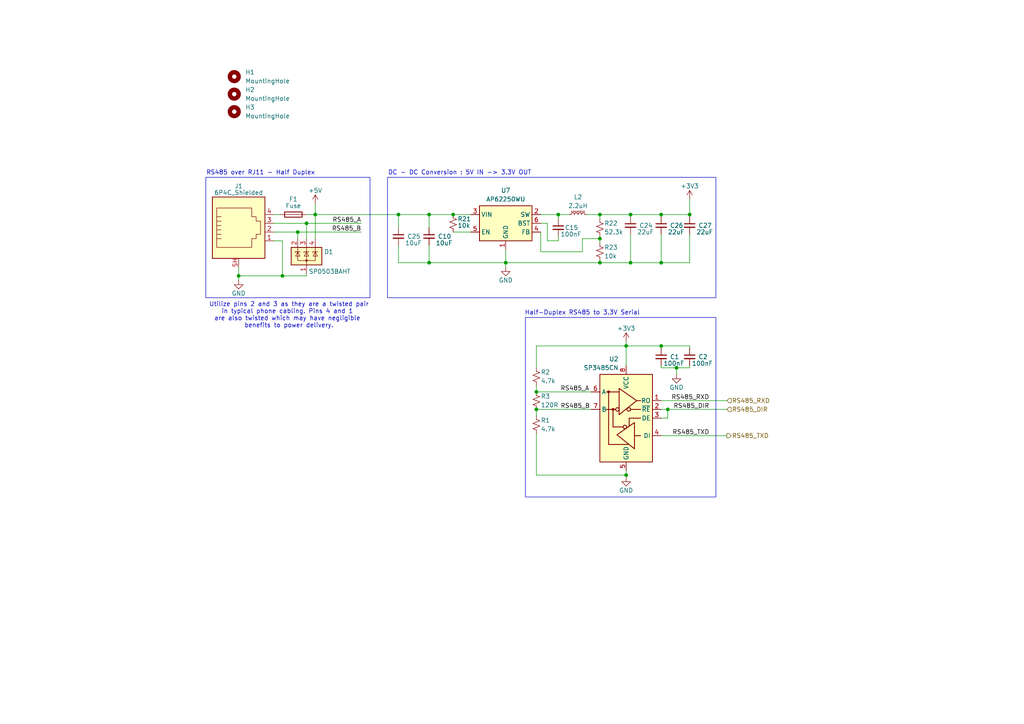
<source format=kicad_sch>
(kicad_sch
	(version 20250114)
	(generator "eeschema")
	(generator_version "9.0")
	(uuid "19318419-272f-455b-b880-74a2032ebdfb")
	(paper "A4")
	(title_block
		(title "HuffAndPuff")
		(date "2024-09-05")
		(rev "A1")
		(company "DanWave Design LLC.")
		(comment 1 "In Collaboration with MIF")
		(comment 2 "Design by: Daniel J Manla")
		(comment 3 "Open Source Hardware")
	)
	(lib_symbols
		(symbol "Connector:6P4C_Shielded"
			(pin_names
				(offset 1.016)
			)
			(exclude_from_sim no)
			(in_bom yes)
			(on_board yes)
			(property "Reference" "J"
				(at -5.08 11.43 0)
				(effects
					(font
						(size 1.27 1.27)
					)
					(justify right)
				)
			)
			(property "Value" "6P4C_Shielded"
				(at 2.54 11.43 0)
				(effects
					(font
						(size 1.27 1.27)
					)
					(justify left)
				)
			)
			(property "Footprint" ""
				(at 0 0.635 90)
				(effects
					(font
						(size 1.27 1.27)
					)
					(hide yes)
				)
			)
			(property "Datasheet" "~"
				(at 0 0.635 90)
				(effects
					(font
						(size 1.27 1.27)
					)
					(hide yes)
				)
			)
			(property "Description" "RJ connector, 6P4C (6 positions 4 connected), RJ13/RJ14, Shielded"
				(at 0 0 0)
				(effects
					(font
						(size 1.27 1.27)
					)
					(hide yes)
				)
			)
			(property "ki_keywords" "6P4C RJ socket connector"
				(at 0 0 0)
				(effects
					(font
						(size 1.27 1.27)
					)
					(hide yes)
				)
			)
			(property "ki_fp_filters" "6P4C* RJ13* RJ14*"
				(at 0 0 0)
				(effects
					(font
						(size 1.27 1.27)
					)
					(hide yes)
				)
			)
			(symbol "6P4C_Shielded_0_1"
				(polyline
					(pts
						(xy -6.35 3.175) (xy -5.08 3.175) (xy -5.08 3.175)
					)
					(stroke
						(width 0)
						(type default)
					)
					(fill
						(type none)
					)
				)
				(polyline
					(pts
						(xy -6.35 1.905) (xy -5.08 1.905) (xy -5.08 1.905)
					)
					(stroke
						(width 0)
						(type default)
					)
					(fill
						(type none)
					)
				)
				(polyline
					(pts
						(xy -6.35 0.635) (xy -5.08 0.635) (xy -5.08 0.635)
					)
					(stroke
						(width 0)
						(type default)
					)
					(fill
						(type none)
					)
				)
				(polyline
					(pts
						(xy -6.35 -0.635) (xy -5.08 -0.635) (xy -5.08 -0.635)
					)
					(stroke
						(width 0)
						(type default)
					)
					(fill
						(type none)
					)
				)
				(polyline
					(pts
						(xy -6.35 -1.905) (xy -5.08 -1.905) (xy -5.08 -1.905)
					)
					(stroke
						(width 0)
						(type default)
					)
					(fill
						(type none)
					)
				)
				(polyline
					(pts
						(xy -6.35 -4.445) (xy -6.35 6.985) (xy 3.81 6.985) (xy 3.81 4.445) (xy 5.08 4.445) (xy 5.08 3.175)
						(xy 6.35 3.175) (xy 6.35 -0.635) (xy 5.08 -0.635) (xy 5.08 -1.905) (xy 3.81 -1.905) (xy 3.81 -4.445)
						(xy -6.35 -4.445) (xy -6.35 -4.445)
					)
					(stroke
						(width 0)
						(type default)
					)
					(fill
						(type none)
					)
				)
				(polyline
					(pts
						(xy -5.08 4.445) (xy -6.35 4.445) (xy -6.35 4.445)
					)
					(stroke
						(width 0)
						(type default)
					)
					(fill
						(type none)
					)
				)
				(rectangle
					(start 7.62 10.16)
					(end -7.62 -7.62)
					(stroke
						(width 0.254)
						(type default)
					)
					(fill
						(type background)
					)
				)
			)
			(symbol "6P4C_Shielded_1_1"
				(pin passive line
					(at 0 -10.16 90)
					(length 2.54)
					(name "~"
						(effects
							(font
								(size 1.27 1.27)
							)
						)
					)
					(number "SH"
						(effects
							(font
								(size 1.27 1.27)
							)
						)
					)
				)
				(pin passive line
					(at 10.16 5.08 180)
					(length 2.54)
					(name "~"
						(effects
							(font
								(size 1.27 1.27)
							)
						)
					)
					(number "4"
						(effects
							(font
								(size 1.27 1.27)
							)
						)
					)
				)
				(pin passive line
					(at 10.16 2.54 180)
					(length 2.54)
					(name "~"
						(effects
							(font
								(size 1.27 1.27)
							)
						)
					)
					(number "3"
						(effects
							(font
								(size 1.27 1.27)
							)
						)
					)
				)
				(pin passive line
					(at 10.16 0 180)
					(length 2.54)
					(name "~"
						(effects
							(font
								(size 1.27 1.27)
							)
						)
					)
					(number "2"
						(effects
							(font
								(size 1.27 1.27)
							)
						)
					)
				)
				(pin passive line
					(at 10.16 -2.54 180)
					(length 2.54)
					(name "~"
						(effects
							(font
								(size 1.27 1.27)
							)
						)
					)
					(number "1"
						(effects
							(font
								(size 1.27 1.27)
							)
						)
					)
				)
			)
			(embedded_fonts no)
		)
		(symbol "Device:C_Small"
			(pin_numbers
				(hide yes)
			)
			(pin_names
				(offset 0.254)
				(hide yes)
			)
			(exclude_from_sim no)
			(in_bom yes)
			(on_board yes)
			(property "Reference" "C"
				(at 0.254 1.778 0)
				(effects
					(font
						(size 1.27 1.27)
					)
					(justify left)
				)
			)
			(property "Value" "C_Small"
				(at 0.254 -2.032 0)
				(effects
					(font
						(size 1.27 1.27)
					)
					(justify left)
				)
			)
			(property "Footprint" ""
				(at 0 0 0)
				(effects
					(font
						(size 1.27 1.27)
					)
					(hide yes)
				)
			)
			(property "Datasheet" "~"
				(at 0 0 0)
				(effects
					(font
						(size 1.27 1.27)
					)
					(hide yes)
				)
			)
			(property "Description" "Unpolarized capacitor, small symbol"
				(at 0 0 0)
				(effects
					(font
						(size 1.27 1.27)
					)
					(hide yes)
				)
			)
			(property "ki_keywords" "capacitor cap"
				(at 0 0 0)
				(effects
					(font
						(size 1.27 1.27)
					)
					(hide yes)
				)
			)
			(property "ki_fp_filters" "C_*"
				(at 0 0 0)
				(effects
					(font
						(size 1.27 1.27)
					)
					(hide yes)
				)
			)
			(symbol "C_Small_0_1"
				(polyline
					(pts
						(xy -1.524 0.508) (xy 1.524 0.508)
					)
					(stroke
						(width 0.3048)
						(type default)
					)
					(fill
						(type none)
					)
				)
				(polyline
					(pts
						(xy -1.524 -0.508) (xy 1.524 -0.508)
					)
					(stroke
						(width 0.3302)
						(type default)
					)
					(fill
						(type none)
					)
				)
			)
			(symbol "C_Small_1_1"
				(pin passive line
					(at 0 2.54 270)
					(length 2.032)
					(name "~"
						(effects
							(font
								(size 1.27 1.27)
							)
						)
					)
					(number "1"
						(effects
							(font
								(size 1.27 1.27)
							)
						)
					)
				)
				(pin passive line
					(at 0 -2.54 90)
					(length 2.032)
					(name "~"
						(effects
							(font
								(size 1.27 1.27)
							)
						)
					)
					(number "2"
						(effects
							(font
								(size 1.27 1.27)
							)
						)
					)
				)
			)
			(embedded_fonts no)
		)
		(symbol "Device:Fuse"
			(pin_numbers
				(hide yes)
			)
			(pin_names
				(offset 0)
			)
			(exclude_from_sim no)
			(in_bom yes)
			(on_board yes)
			(property "Reference" "F"
				(at 2.032 0 90)
				(effects
					(font
						(size 1.27 1.27)
					)
				)
			)
			(property "Value" "Fuse"
				(at -1.905 0 90)
				(effects
					(font
						(size 1.27 1.27)
					)
				)
			)
			(property "Footprint" ""
				(at -1.778 0 90)
				(effects
					(font
						(size 1.27 1.27)
					)
					(hide yes)
				)
			)
			(property "Datasheet" "~"
				(at 0 0 0)
				(effects
					(font
						(size 1.27 1.27)
					)
					(hide yes)
				)
			)
			(property "Description" "Fuse"
				(at 0 0 0)
				(effects
					(font
						(size 1.27 1.27)
					)
					(hide yes)
				)
			)
			(property "ki_keywords" "fuse"
				(at 0 0 0)
				(effects
					(font
						(size 1.27 1.27)
					)
					(hide yes)
				)
			)
			(property "ki_fp_filters" "*Fuse*"
				(at 0 0 0)
				(effects
					(font
						(size 1.27 1.27)
					)
					(hide yes)
				)
			)
			(symbol "Fuse_0_1"
				(rectangle
					(start -0.762 -2.54)
					(end 0.762 2.54)
					(stroke
						(width 0.254)
						(type default)
					)
					(fill
						(type none)
					)
				)
				(polyline
					(pts
						(xy 0 2.54) (xy 0 -2.54)
					)
					(stroke
						(width 0)
						(type default)
					)
					(fill
						(type none)
					)
				)
			)
			(symbol "Fuse_1_1"
				(pin passive line
					(at 0 3.81 270)
					(length 1.27)
					(name "~"
						(effects
							(font
								(size 1.27 1.27)
							)
						)
					)
					(number "1"
						(effects
							(font
								(size 1.27 1.27)
							)
						)
					)
				)
				(pin passive line
					(at 0 -3.81 90)
					(length 1.27)
					(name "~"
						(effects
							(font
								(size 1.27 1.27)
							)
						)
					)
					(number "2"
						(effects
							(font
								(size 1.27 1.27)
							)
						)
					)
				)
			)
			(embedded_fonts no)
		)
		(symbol "Device:L_Ferrite_Small"
			(pin_numbers
				(hide yes)
			)
			(pin_names
				(offset 0.254)
				(hide yes)
			)
			(exclude_from_sim no)
			(in_bom yes)
			(on_board yes)
			(property "Reference" "L"
				(at 1.27 1.016 0)
				(effects
					(font
						(size 1.27 1.27)
					)
					(justify left)
				)
			)
			(property "Value" "L_Ferrite_Small"
				(at 1.27 -1.27 0)
				(effects
					(font
						(size 1.27 1.27)
					)
					(justify left)
				)
			)
			(property "Footprint" ""
				(at 0 0 0)
				(effects
					(font
						(size 1.27 1.27)
					)
					(hide yes)
				)
			)
			(property "Datasheet" "~"
				(at 0 0 0)
				(effects
					(font
						(size 1.27 1.27)
					)
					(hide yes)
				)
			)
			(property "Description" "Inductor with ferrite core, small symbol"
				(at 0 0 0)
				(effects
					(font
						(size 1.27 1.27)
					)
					(hide yes)
				)
			)
			(property "ki_keywords" "inductor choke coil reactor magnetic"
				(at 0 0 0)
				(effects
					(font
						(size 1.27 1.27)
					)
					(hide yes)
				)
			)
			(property "ki_fp_filters" "Choke_* *Coil* Inductor_* L_*"
				(at 0 0 0)
				(effects
					(font
						(size 1.27 1.27)
					)
					(hide yes)
				)
			)
			(symbol "L_Ferrite_Small_0_1"
				(arc
					(start 0 2.032)
					(mid 0.5058 1.524)
					(end 0 1.016)
					(stroke
						(width 0)
						(type default)
					)
					(fill
						(type none)
					)
				)
				(arc
					(start 0 1.016)
					(mid 0.5058 0.508)
					(end 0 0)
					(stroke
						(width 0)
						(type default)
					)
					(fill
						(type none)
					)
				)
				(arc
					(start 0 0)
					(mid 0.5058 -0.508)
					(end 0 -1.016)
					(stroke
						(width 0)
						(type default)
					)
					(fill
						(type none)
					)
				)
				(arc
					(start 0 -1.016)
					(mid 0.5058 -1.524)
					(end 0 -2.032)
					(stroke
						(width 0)
						(type default)
					)
					(fill
						(type none)
					)
				)
				(polyline
					(pts
						(xy 0.762 1.651) (xy 0.762 1.905)
					)
					(stroke
						(width 0)
						(type default)
					)
					(fill
						(type none)
					)
				)
				(polyline
					(pts
						(xy 0.762 1.143) (xy 0.762 1.397)
					)
					(stroke
						(width 0)
						(type default)
					)
					(fill
						(type none)
					)
				)
				(polyline
					(pts
						(xy 0.762 0.635) (xy 0.762 0.889)
					)
					(stroke
						(width 0)
						(type default)
					)
					(fill
						(type none)
					)
				)
				(polyline
					(pts
						(xy 0.762 0.127) (xy 0.762 0.381)
					)
					(stroke
						(width 0)
						(type default)
					)
					(fill
						(type none)
					)
				)
				(polyline
					(pts
						(xy 0.762 -0.381) (xy 0.762 -0.127)
					)
					(stroke
						(width 0)
						(type default)
					)
					(fill
						(type none)
					)
				)
				(polyline
					(pts
						(xy 0.762 -0.889) (xy 0.762 -0.635)
					)
					(stroke
						(width 0)
						(type default)
					)
					(fill
						(type none)
					)
				)
				(polyline
					(pts
						(xy 0.762 -1.397) (xy 0.762 -1.143)
					)
					(stroke
						(width 0)
						(type default)
					)
					(fill
						(type none)
					)
				)
				(polyline
					(pts
						(xy 0.762 -1.905) (xy 0.762 -1.651)
					)
					(stroke
						(width 0)
						(type default)
					)
					(fill
						(type none)
					)
				)
				(polyline
					(pts
						(xy 1.016 1.905) (xy 1.016 1.651)
					)
					(stroke
						(width 0)
						(type default)
					)
					(fill
						(type none)
					)
				)
				(polyline
					(pts
						(xy 1.016 1.397) (xy 1.016 1.143)
					)
					(stroke
						(width 0)
						(type default)
					)
					(fill
						(type none)
					)
				)
				(polyline
					(pts
						(xy 1.016 0.889) (xy 1.016 0.635)
					)
					(stroke
						(width 0)
						(type default)
					)
					(fill
						(type none)
					)
				)
				(polyline
					(pts
						(xy 1.016 0.381) (xy 1.016 0.127)
					)
					(stroke
						(width 0)
						(type default)
					)
					(fill
						(type none)
					)
				)
				(polyline
					(pts
						(xy 1.016 -0.127) (xy 1.016 -0.381)
					)
					(stroke
						(width 0)
						(type default)
					)
					(fill
						(type none)
					)
				)
				(polyline
					(pts
						(xy 1.016 -0.635) (xy 1.016 -0.889)
					)
					(stroke
						(width 0)
						(type default)
					)
					(fill
						(type none)
					)
				)
				(polyline
					(pts
						(xy 1.016 -1.143) (xy 1.016 -1.397)
					)
					(stroke
						(width 0)
						(type default)
					)
					(fill
						(type none)
					)
				)
				(polyline
					(pts
						(xy 1.016 -1.651) (xy 1.016 -1.905)
					)
					(stroke
						(width 0)
						(type default)
					)
					(fill
						(type none)
					)
				)
			)
			(symbol "L_Ferrite_Small_1_1"
				(pin passive line
					(at 0 2.54 270)
					(length 0.508)
					(name "~"
						(effects
							(font
								(size 1.27 1.27)
							)
						)
					)
					(number "1"
						(effects
							(font
								(size 1.27 1.27)
							)
						)
					)
				)
				(pin passive line
					(at 0 -2.54 90)
					(length 0.508)
					(name "~"
						(effects
							(font
								(size 1.27 1.27)
							)
						)
					)
					(number "2"
						(effects
							(font
								(size 1.27 1.27)
							)
						)
					)
				)
			)
			(embedded_fonts no)
		)
		(symbol "Device:R_Small_US"
			(pin_numbers
				(hide yes)
			)
			(pin_names
				(offset 0.254)
				(hide yes)
			)
			(exclude_from_sim no)
			(in_bom yes)
			(on_board yes)
			(property "Reference" "R"
				(at 0.762 0.508 0)
				(effects
					(font
						(size 1.27 1.27)
					)
					(justify left)
				)
			)
			(property "Value" "R_Small_US"
				(at 0.762 -1.016 0)
				(effects
					(font
						(size 1.27 1.27)
					)
					(justify left)
				)
			)
			(property "Footprint" ""
				(at 0 0 0)
				(effects
					(font
						(size 1.27 1.27)
					)
					(hide yes)
				)
			)
			(property "Datasheet" "~"
				(at 0 0 0)
				(effects
					(font
						(size 1.27 1.27)
					)
					(hide yes)
				)
			)
			(property "Description" "Resistor, small US symbol"
				(at 0 0 0)
				(effects
					(font
						(size 1.27 1.27)
					)
					(hide yes)
				)
			)
			(property "ki_keywords" "r resistor"
				(at 0 0 0)
				(effects
					(font
						(size 1.27 1.27)
					)
					(hide yes)
				)
			)
			(property "ki_fp_filters" "R_*"
				(at 0 0 0)
				(effects
					(font
						(size 1.27 1.27)
					)
					(hide yes)
				)
			)
			(symbol "R_Small_US_1_1"
				(polyline
					(pts
						(xy 0 1.524) (xy 1.016 1.143) (xy 0 0.762) (xy -1.016 0.381) (xy 0 0)
					)
					(stroke
						(width 0)
						(type default)
					)
					(fill
						(type none)
					)
				)
				(polyline
					(pts
						(xy 0 0) (xy 1.016 -0.381) (xy 0 -0.762) (xy -1.016 -1.143) (xy 0 -1.524)
					)
					(stroke
						(width 0)
						(type default)
					)
					(fill
						(type none)
					)
				)
				(pin passive line
					(at 0 2.54 270)
					(length 1.016)
					(name "~"
						(effects
							(font
								(size 1.27 1.27)
							)
						)
					)
					(number "1"
						(effects
							(font
								(size 1.27 1.27)
							)
						)
					)
				)
				(pin passive line
					(at 0 -2.54 90)
					(length 1.016)
					(name "~"
						(effects
							(font
								(size 1.27 1.27)
							)
						)
					)
					(number "2"
						(effects
							(font
								(size 1.27 1.27)
							)
						)
					)
				)
			)
			(embedded_fonts no)
		)
		(symbol "Interface_UART:SP3485CN"
			(exclude_from_sim no)
			(in_bom yes)
			(on_board yes)
			(property "Reference" "U"
				(at -7.62 13.97 0)
				(effects
					(font
						(size 1.27 1.27)
					)
					(justify left)
				)
			)
			(property "Value" "SP3485CN"
				(at 1.905 13.97 0)
				(effects
					(font
						(size 1.27 1.27)
					)
					(justify left)
				)
			)
			(property "Footprint" "Package_SO:SOIC-8_3.9x4.9mm_P1.27mm"
				(at 26.67 -8.89 0)
				(effects
					(font
						(size 1.27 1.27)
						(italic yes)
					)
					(hide yes)
				)
			)
			(property "Datasheet" "http://www.icbase.com/pdf/SPX/SPX00480106.pdf"
				(at 0 0 0)
				(effects
					(font
						(size 1.27 1.27)
					)
					(hide yes)
				)
			)
			(property "Description" "3.3V Low Power Half-Duplex RS-485 Transceiver 10Mbps, SOIC-8"
				(at 0 0 0)
				(effects
					(font
						(size 1.27 1.27)
					)
					(hide yes)
				)
			)
			(property "ki_keywords" "Low Power Half-Duplex RS-485 Transceiver 10Mbps"
				(at 0 0 0)
				(effects
					(font
						(size 1.27 1.27)
					)
					(hide yes)
				)
			)
			(property "ki_fp_filters" "SOIC*3.9x4.9mm*P1.27mm*"
				(at 0 0 0)
				(effects
					(font
						(size 1.27 1.27)
					)
					(hide yes)
				)
			)
			(symbol "SP3485CN_0_1"
				(rectangle
					(start -7.62 12.7)
					(end 7.62 -12.7)
					(stroke
						(width 0.254)
						(type default)
					)
					(fill
						(type background)
					)
				)
				(polyline
					(pts
						(xy -4.191 2.54) (xy -1.27 2.54)
					)
					(stroke
						(width 0.254)
						(type default)
					)
					(fill
						(type none)
					)
				)
				(polyline
					(pts
						(xy -4.191 0) (xy -0.889 0) (xy -0.889 -2.286)
					)
					(stroke
						(width 0.254)
						(type default)
					)
					(fill
						(type none)
					)
				)
				(polyline
					(pts
						(xy -3.175 5.08) (xy -4.191 5.08) (xy -4.064 5.08)
					)
					(stroke
						(width 0.254)
						(type default)
					)
					(fill
						(type none)
					)
				)
				(polyline
					(pts
						(xy -2.54 -5.08) (xy -4.191 -5.08)
					)
					(stroke
						(width 0.254)
						(type default)
					)
					(fill
						(type none)
					)
				)
				(polyline
					(pts
						(xy -2.413 -5.08) (xy -2.413 -1.27) (xy 2.667 -4.826) (xy -2.413 -8.89) (xy -2.413 -5.08)
					)
					(stroke
						(width 0.254)
						(type default)
					)
					(fill
						(type none)
					)
				)
				(polyline
					(pts
						(xy -0.635 -7.62) (xy 5.08 -7.62)
					)
					(stroke
						(width 0.254)
						(type default)
					)
					(fill
						(type none)
					)
				)
				(circle
					(center 0.381 -2.54)
					(radius 0.508)
					(stroke
						(width 0.254)
						(type default)
					)
					(fill
						(type none)
					)
				)
				(polyline
					(pts
						(xy 0.889 -2.54) (xy 3.81 -2.54)
					)
					(stroke
						(width 0.254)
						(type default)
					)
					(fill
						(type none)
					)
				)
				(polyline
					(pts
						(xy 2.032 7.62) (xy 5.715 7.62)
					)
					(stroke
						(width 0.254)
						(type default)
					)
					(fill
						(type none)
					)
				)
				(polyline
					(pts
						(xy 3.048 2.54) (xy 5.715 2.54)
					)
					(stroke
						(width 0.254)
						(type default)
					)
					(fill
						(type none)
					)
				)
				(circle
					(center 3.81 2.54)
					(radius 0.2794)
					(stroke
						(width 0.254)
						(type default)
					)
					(fill
						(type outline)
					)
				)
				(polyline
					(pts
						(xy 3.81 -2.54) (xy 3.81 2.54)
					)
					(stroke
						(width 0.254)
						(type default)
					)
					(fill
						(type none)
					)
				)
				(polyline
					(pts
						(xy 5.08 -7.62) (xy 5.08 7.62)
					)
					(stroke
						(width 0.254)
						(type default)
					)
					(fill
						(type none)
					)
				)
			)
			(symbol "SP3485CN_1_1"
				(circle
					(center -0.762 2.54)
					(radius 0.508)
					(stroke
						(width 0.254)
						(type default)
					)
					(fill
						(type none)
					)
				)
				(polyline
					(pts
						(xy 2.032 4.826) (xy 2.032 8.636) (xy -3.048 5.08) (xy 2.032 1.016) (xy 2.032 4.826)
					)
					(stroke
						(width 0.254)
						(type default)
					)
					(fill
						(type none)
					)
				)
				(circle
					(center 2.54 2.54)
					(radius 0.508)
					(stroke
						(width 0.254)
						(type default)
					)
					(fill
						(type none)
					)
				)
				(circle
					(center 5.08 7.62)
					(radius 0.2794)
					(stroke
						(width 0.254)
						(type default)
					)
					(fill
						(type outline)
					)
				)
				(pin output line
					(at -10.16 5.08 0)
					(length 2.54)
					(name "RO"
						(effects
							(font
								(size 1.27 1.27)
							)
						)
					)
					(number "1"
						(effects
							(font
								(size 1.27 1.27)
							)
						)
					)
				)
				(pin input line
					(at -10.16 2.54 0)
					(length 2.54)
					(name "~{RE}"
						(effects
							(font
								(size 1.27 1.27)
							)
						)
					)
					(number "2"
						(effects
							(font
								(size 1.27 1.27)
							)
						)
					)
				)
				(pin input line
					(at -10.16 0 0)
					(length 2.54)
					(name "DE"
						(effects
							(font
								(size 1.27 1.27)
							)
						)
					)
					(number "3"
						(effects
							(font
								(size 1.27 1.27)
							)
						)
					)
				)
				(pin input line
					(at -10.16 -5.08 0)
					(length 2.54)
					(name "DI"
						(effects
							(font
								(size 1.27 1.27)
							)
						)
					)
					(number "4"
						(effects
							(font
								(size 1.27 1.27)
							)
						)
					)
				)
				(pin power_in line
					(at 0 15.24 270)
					(length 2.54)
					(name "VCC"
						(effects
							(font
								(size 1.27 1.27)
							)
						)
					)
					(number "8"
						(effects
							(font
								(size 1.27 1.27)
							)
						)
					)
				)
				(pin power_in line
					(at 0 -15.24 90)
					(length 2.54)
					(name "GND"
						(effects
							(font
								(size 1.27 1.27)
							)
						)
					)
					(number "5"
						(effects
							(font
								(size 1.27 1.27)
							)
						)
					)
				)
				(pin bidirectional line
					(at 10.16 7.62 180)
					(length 2.54)
					(name "A"
						(effects
							(font
								(size 1.27 1.27)
							)
						)
					)
					(number "6"
						(effects
							(font
								(size 1.27 1.27)
							)
						)
					)
				)
				(pin bidirectional line
					(at 10.16 2.54 180)
					(length 2.54)
					(name "B"
						(effects
							(font
								(size 1.27 1.27)
							)
						)
					)
					(number "7"
						(effects
							(font
								(size 1.27 1.27)
							)
						)
					)
				)
			)
			(embedded_fonts no)
		)
		(symbol "Mechanical:MountingHole"
			(pin_names
				(offset 1.016)
			)
			(exclude_from_sim yes)
			(in_bom no)
			(on_board yes)
			(property "Reference" "H"
				(at 0 5.08 0)
				(effects
					(font
						(size 1.27 1.27)
					)
				)
			)
			(property "Value" "MountingHole"
				(at 0 3.175 0)
				(effects
					(font
						(size 1.27 1.27)
					)
				)
			)
			(property "Footprint" ""
				(at 0 0 0)
				(effects
					(font
						(size 1.27 1.27)
					)
					(hide yes)
				)
			)
			(property "Datasheet" "~"
				(at 0 0 0)
				(effects
					(font
						(size 1.27 1.27)
					)
					(hide yes)
				)
			)
			(property "Description" "Mounting Hole without connection"
				(at 0 0 0)
				(effects
					(font
						(size 1.27 1.27)
					)
					(hide yes)
				)
			)
			(property "ki_keywords" "mounting hole"
				(at 0 0 0)
				(effects
					(font
						(size 1.27 1.27)
					)
					(hide yes)
				)
			)
			(property "ki_fp_filters" "MountingHole*"
				(at 0 0 0)
				(effects
					(font
						(size 1.27 1.27)
					)
					(hide yes)
				)
			)
			(symbol "MountingHole_0_1"
				(circle
					(center 0 0)
					(radius 1.27)
					(stroke
						(width 1.27)
						(type default)
					)
					(fill
						(type none)
					)
				)
			)
			(embedded_fonts no)
		)
		(symbol "Power_Protection:SP0503BAHT"
			(pin_names
				(hide yes)
			)
			(exclude_from_sim no)
			(in_bom yes)
			(on_board yes)
			(property "Reference" "D"
				(at 5.715 2.54 0)
				(effects
					(font
						(size 1.27 1.27)
					)
					(justify left)
				)
			)
			(property "Value" "SP0503BAHT"
				(at 5.715 0.635 0)
				(effects
					(font
						(size 1.27 1.27)
					)
					(justify left)
				)
			)
			(property "Footprint" "Package_TO_SOT_SMD:SOT-143"
				(at 5.715 -1.27 0)
				(effects
					(font
						(size 1.27 1.27)
					)
					(justify left)
					(hide yes)
				)
			)
			(property "Datasheet" "http://www.littelfuse.com/~/media/files/littelfuse/technical%20resources/documents/data%20sheets/sp05xxba.pdf"
				(at 3.175 3.175 0)
				(effects
					(font
						(size 1.27 1.27)
					)
					(hide yes)
				)
			)
			(property "Description" "TVS Diode Array, 5.5V Standoff, 3 Channels, SOT-143 package"
				(at 0 0 0)
				(effects
					(font
						(size 1.27 1.27)
					)
					(hide yes)
				)
			)
			(property "ki_keywords" "usb esd protection suppression transient"
				(at 0 0 0)
				(effects
					(font
						(size 1.27 1.27)
					)
					(hide yes)
				)
			)
			(property "ki_fp_filters" "SOT?143*"
				(at 0 0 0)
				(effects
					(font
						(size 1.27 1.27)
					)
					(hide yes)
				)
			)
			(symbol "SP0503BAHT_0_0"
				(pin passive line
					(at 0 -5.08 90)
					(length 2.54)
					(name "A"
						(effects
							(font
								(size 1.27 1.27)
							)
						)
					)
					(number "1"
						(effects
							(font
								(size 1.27 1.27)
							)
						)
					)
				)
			)
			(symbol "SP0503BAHT_0_1"
				(rectangle
					(start -4.445 2.54)
					(end 4.445 -2.54)
					(stroke
						(width 0.254)
						(type default)
					)
					(fill
						(type background)
					)
				)
				(polyline
					(pts
						(xy -3.302 1.016) (xy -3.302 1.27) (xy -1.905 1.27) (xy -1.778 1.27)
					)
					(stroke
						(width 0)
						(type default)
					)
					(fill
						(type none)
					)
				)
				(polyline
					(pts
						(xy -2.54 2.54) (xy -2.54 1.27)
					)
					(stroke
						(width 0)
						(type default)
					)
					(fill
						(type none)
					)
				)
				(polyline
					(pts
						(xy -2.54 1.27) (xy -2.54 -1.27) (xy 2.54 -1.27) (xy 2.54 1.27)
					)
					(stroke
						(width 0)
						(type default)
					)
					(fill
						(type none)
					)
				)
				(polyline
					(pts
						(xy -2.54 1.27) (xy -1.905 0) (xy -3.175 0) (xy -2.54 1.27)
					)
					(stroke
						(width 0)
						(type default)
					)
					(fill
						(type none)
					)
				)
				(polyline
					(pts
						(xy 0 2.54) (xy 0 1.27)
					)
					(stroke
						(width 0)
						(type default)
					)
					(fill
						(type none)
					)
				)
				(polyline
					(pts
						(xy 0 -1.27) (xy 0 1.27)
					)
					(stroke
						(width 0)
						(type default)
					)
					(fill
						(type none)
					)
				)
				(polyline
					(pts
						(xy 0 -1.27) (xy 0 -2.54)
					)
					(stroke
						(width 0)
						(type default)
					)
					(fill
						(type none)
					)
				)
				(circle
					(center 0 -1.27)
					(radius 0.254)
					(stroke
						(width 0)
						(type default)
					)
					(fill
						(type outline)
					)
				)
				(polyline
					(pts
						(xy 0.635 1.27) (xy 0.762 1.27)
					)
					(stroke
						(width 0)
						(type default)
					)
					(fill
						(type none)
					)
				)
				(polyline
					(pts
						(xy 0.635 1.27) (xy -0.762 1.27) (xy -0.762 1.016)
					)
					(stroke
						(width 0)
						(type default)
					)
					(fill
						(type none)
					)
				)
				(polyline
					(pts
						(xy 0.635 0) (xy -0.635 0) (xy 0 1.27) (xy 0.635 0)
					)
					(stroke
						(width 0)
						(type default)
					)
					(fill
						(type none)
					)
				)
				(polyline
					(pts
						(xy 1.778 1.016) (xy 1.778 1.27) (xy 3.175 1.27) (xy 3.302 1.27)
					)
					(stroke
						(width 0)
						(type default)
					)
					(fill
						(type none)
					)
				)
				(polyline
					(pts
						(xy 2.54 2.54) (xy 2.54 1.27)
					)
					(stroke
						(width 0)
						(type default)
					)
					(fill
						(type none)
					)
				)
				(polyline
					(pts
						(xy 2.54 1.27) (xy 1.905 0) (xy 3.175 0) (xy 2.54 1.27)
					)
					(stroke
						(width 0)
						(type default)
					)
					(fill
						(type none)
					)
				)
			)
			(symbol "SP0503BAHT_1_1"
				(pin passive line
					(at -2.54 5.08 270)
					(length 2.54)
					(name "K"
						(effects
							(font
								(size 1.27 1.27)
							)
						)
					)
					(number "2"
						(effects
							(font
								(size 1.27 1.27)
							)
						)
					)
				)
				(pin passive line
					(at 0 5.08 270)
					(length 2.54)
					(name "K"
						(effects
							(font
								(size 1.27 1.27)
							)
						)
					)
					(number "3"
						(effects
							(font
								(size 1.27 1.27)
							)
						)
					)
				)
				(pin passive line
					(at 2.54 5.08 270)
					(length 2.54)
					(name "K"
						(effects
							(font
								(size 1.27 1.27)
							)
						)
					)
					(number "4"
						(effects
							(font
								(size 1.27 1.27)
							)
						)
					)
				)
			)
			(embedded_fonts no)
		)
		(symbol "Regulator_Switching:AP62250WU"
			(exclude_from_sim no)
			(in_bom yes)
			(on_board yes)
			(property "Reference" "U"
				(at -7.62 6.35 0)
				(effects
					(font
						(size 1.27 1.27)
					)
					(justify left)
				)
			)
			(property "Value" "AP62250WU"
				(at 6.35 -6.35 0)
				(effects
					(font
						(size 1.27 1.27)
					)
				)
			)
			(property "Footprint" "Package_TO_SOT_SMD:TSOT-23-6"
				(at 0 8.89 0)
				(effects
					(font
						(size 1.27 1.27)
					)
					(hide yes)
				)
			)
			(property "Datasheet" "https://www.diodes.com/assets/Datasheets/AP62250.pdf"
				(at 0 -17.78 0)
				(effects
					(font
						(size 1.27 1.27)
					)
					(hide yes)
				)
			)
			(property "Description" "2.5A, 1.3MHz Buck DC/DC Converter, 4.2V-18V input voltage, 0.8V-7V adjustable output voltage, TSOT-23-6"
				(at 0 0 0)
				(effects
					(font
						(size 1.27 1.27)
					)
					(hide yes)
				)
			)
			(property "ki_keywords" "2.5A 1.3MHz PWM Buck DC/DC"
				(at 0 0 0)
				(effects
					(font
						(size 1.27 1.27)
					)
					(hide yes)
				)
			)
			(property "ki_fp_filters" "TSOT?23?6*"
				(at 0 0 0)
				(effects
					(font
						(size 1.27 1.27)
					)
					(hide yes)
				)
			)
			(symbol "AP62250WU_0_1"
				(rectangle
					(start -7.62 5.08)
					(end 7.62 -5.08)
					(stroke
						(width 0.254)
						(type default)
					)
					(fill
						(type background)
					)
				)
			)
			(symbol "AP62250WU_1_1"
				(pin power_in line
					(at -10.16 2.54 0)
					(length 2.54)
					(name "VIN"
						(effects
							(font
								(size 1.27 1.27)
							)
						)
					)
					(number "3"
						(effects
							(font
								(size 1.27 1.27)
							)
						)
					)
				)
				(pin passive line
					(at -10.16 -2.54 0)
					(length 2.54)
					(name "EN"
						(effects
							(font
								(size 1.27 1.27)
							)
						)
					)
					(number "5"
						(effects
							(font
								(size 1.27 1.27)
							)
						)
					)
				)
				(pin power_in line
					(at 0 -7.62 90)
					(length 2.54)
					(name "GND"
						(effects
							(font
								(size 1.27 1.27)
							)
						)
					)
					(number "1"
						(effects
							(font
								(size 1.27 1.27)
							)
						)
					)
				)
				(pin output line
					(at 10.16 2.54 180)
					(length 2.54)
					(name "SW"
						(effects
							(font
								(size 1.27 1.27)
							)
						)
					)
					(number "2"
						(effects
							(font
								(size 1.27 1.27)
							)
						)
					)
				)
				(pin passive line
					(at 10.16 0 180)
					(length 2.54)
					(name "BST"
						(effects
							(font
								(size 1.27 1.27)
							)
						)
					)
					(number "6"
						(effects
							(font
								(size 1.27 1.27)
							)
						)
					)
				)
				(pin input line
					(at 10.16 -2.54 180)
					(length 2.54)
					(name "FB"
						(effects
							(font
								(size 1.27 1.27)
							)
						)
					)
					(number "4"
						(effects
							(font
								(size 1.27 1.27)
							)
						)
					)
				)
			)
			(embedded_fonts no)
		)
		(symbol "power:+3.3V"
			(power)
			(pin_names
				(offset 0)
			)
			(exclude_from_sim no)
			(in_bom yes)
			(on_board yes)
			(property "Reference" "#PWR"
				(at 0 -3.81 0)
				(effects
					(font
						(size 1.27 1.27)
					)
					(hide yes)
				)
			)
			(property "Value" "+3.3V"
				(at 0 3.556 0)
				(effects
					(font
						(size 1.27 1.27)
					)
				)
			)
			(property "Footprint" ""
				(at 0 0 0)
				(effects
					(font
						(size 1.27 1.27)
					)
					(hide yes)
				)
			)
			(property "Datasheet" ""
				(at 0 0 0)
				(effects
					(font
						(size 1.27 1.27)
					)
					(hide yes)
				)
			)
			(property "Description" "Power symbol creates a global label with name \"+3.3V\""
				(at 0 0 0)
				(effects
					(font
						(size 1.27 1.27)
					)
					(hide yes)
				)
			)
			(property "ki_keywords" "power-flag"
				(at 0 0 0)
				(effects
					(font
						(size 1.27 1.27)
					)
					(hide yes)
				)
			)
			(symbol "+3.3V_0_1"
				(polyline
					(pts
						(xy -0.762 1.27) (xy 0 2.54)
					)
					(stroke
						(width 0)
						(type default)
					)
					(fill
						(type none)
					)
				)
				(polyline
					(pts
						(xy 0 2.54) (xy 0.762 1.27)
					)
					(stroke
						(width 0)
						(type default)
					)
					(fill
						(type none)
					)
				)
				(polyline
					(pts
						(xy 0 0) (xy 0 2.54)
					)
					(stroke
						(width 0)
						(type default)
					)
					(fill
						(type none)
					)
				)
			)
			(symbol "+3.3V_1_1"
				(pin power_in line
					(at 0 0 90)
					(length 0)
					(hide yes)
					(name "+3V3"
						(effects
							(font
								(size 1.27 1.27)
							)
						)
					)
					(number "1"
						(effects
							(font
								(size 1.27 1.27)
							)
						)
					)
				)
			)
			(embedded_fonts no)
		)
		(symbol "power:+5V"
			(power)
			(pin_numbers
				(hide yes)
			)
			(pin_names
				(offset 0)
				(hide yes)
			)
			(exclude_from_sim no)
			(in_bom yes)
			(on_board yes)
			(property "Reference" "#PWR"
				(at 0 -3.81 0)
				(effects
					(font
						(size 1.27 1.27)
					)
					(hide yes)
				)
			)
			(property "Value" "+5V"
				(at 0 3.556 0)
				(effects
					(font
						(size 1.27 1.27)
					)
				)
			)
			(property "Footprint" ""
				(at 0 0 0)
				(effects
					(font
						(size 1.27 1.27)
					)
					(hide yes)
				)
			)
			(property "Datasheet" ""
				(at 0 0 0)
				(effects
					(font
						(size 1.27 1.27)
					)
					(hide yes)
				)
			)
			(property "Description" "Power symbol creates a global label with name \"+5V\""
				(at 0 0 0)
				(effects
					(font
						(size 1.27 1.27)
					)
					(hide yes)
				)
			)
			(property "ki_keywords" "global power"
				(at 0 0 0)
				(effects
					(font
						(size 1.27 1.27)
					)
					(hide yes)
				)
			)
			(symbol "+5V_0_1"
				(polyline
					(pts
						(xy -0.762 1.27) (xy 0 2.54)
					)
					(stroke
						(width 0)
						(type default)
					)
					(fill
						(type none)
					)
				)
				(polyline
					(pts
						(xy 0 2.54) (xy 0.762 1.27)
					)
					(stroke
						(width 0)
						(type default)
					)
					(fill
						(type none)
					)
				)
				(polyline
					(pts
						(xy 0 0) (xy 0 2.54)
					)
					(stroke
						(width 0)
						(type default)
					)
					(fill
						(type none)
					)
				)
			)
			(symbol "+5V_1_1"
				(pin power_in line
					(at 0 0 90)
					(length 0)
					(name "~"
						(effects
							(font
								(size 1.27 1.27)
							)
						)
					)
					(number "1"
						(effects
							(font
								(size 1.27 1.27)
							)
						)
					)
				)
			)
			(embedded_fonts no)
		)
		(symbol "power:GND"
			(power)
			(pin_names
				(offset 0)
			)
			(exclude_from_sim no)
			(in_bom yes)
			(on_board yes)
			(property "Reference" "#PWR"
				(at 0 -6.35 0)
				(effects
					(font
						(size 1.27 1.27)
					)
					(hide yes)
				)
			)
			(property "Value" "GND"
				(at 0 -3.81 0)
				(effects
					(font
						(size 1.27 1.27)
					)
				)
			)
			(property "Footprint" ""
				(at 0 0 0)
				(effects
					(font
						(size 1.27 1.27)
					)
					(hide yes)
				)
			)
			(property "Datasheet" ""
				(at 0 0 0)
				(effects
					(font
						(size 1.27 1.27)
					)
					(hide yes)
				)
			)
			(property "Description" "Power symbol creates a global label with name \"GND\" , ground"
				(at 0 0 0)
				(effects
					(font
						(size 1.27 1.27)
					)
					(hide yes)
				)
			)
			(property "ki_keywords" "power-flag"
				(at 0 0 0)
				(effects
					(font
						(size 1.27 1.27)
					)
					(hide yes)
				)
			)
			(symbol "GND_0_1"
				(polyline
					(pts
						(xy 0 0) (xy 0 -1.27) (xy 1.27 -1.27) (xy 0 -2.54) (xy -1.27 -1.27) (xy 0 -1.27)
					)
					(stroke
						(width 0)
						(type default)
					)
					(fill
						(type none)
					)
				)
			)
			(symbol "GND_1_1"
				(pin power_in line
					(at 0 0 270)
					(length 0)
					(hide yes)
					(name "GND"
						(effects
							(font
								(size 1.27 1.27)
							)
						)
					)
					(number "1"
						(effects
							(font
								(size 1.27 1.27)
							)
						)
					)
				)
			)
			(embedded_fonts no)
		)
	)
	(rectangle
		(start 152.4 92.075)
		(end 207.645 144.145)
		(stroke
			(width 0)
			(type default)
		)
		(fill
			(type none)
		)
		(uuid 47670300-afa7-4909-b78a-824ea6269cec)
	)
	(rectangle
		(start 59.69 51.435)
		(end 107.315 86.36)
		(stroke
			(width 0)
			(type default)
		)
		(fill
			(type none)
		)
		(uuid aaae731d-81f3-4d85-a7ce-34643283da54)
	)
	(rectangle
		(start 112.395 51.435)
		(end 207.645 86.36)
		(stroke
			(width 0)
			(type default)
		)
		(fill
			(type none)
		)
		(uuid e4b01c08-335b-41f4-ab60-6c9e95c1c8be)
	)
	(text "Half-Duplex RS485 to 3.3V Serial"
		(exclude_from_sim no)
		(at 168.91 90.805 0)
		(effects
			(font
				(size 1.27 1.27)
			)
		)
		(uuid "92d4a285-9981-44d1-a83b-f434279b9406")
	)
	(text "DC - DC Conversion : 5V IN -> 3.3V OUT"
		(exclude_from_sim no)
		(at 133.35 50.165 0)
		(effects
			(font
				(size 1.27 1.27)
			)
		)
		(uuid "a52b451b-e5a4-4422-8d82-dc4120107a4e")
	)
	(text "RS485 over RJ11 - Half Duplex"
		(exclude_from_sim no)
		(at 75.565 50.165 0)
		(effects
			(font
				(size 1.27 1.27)
			)
		)
		(uuid "c28a2e72-c14e-48a9-982e-526821a314bb")
	)
	(text "Utilize pins 2 and 3 as they are a twisted pair\nin typical phone cabling. Pins 4 and 1 \nare also twisted which may have negligible \nbenefits to power delivery."
		(exclude_from_sim no)
		(at 83.82 91.44 0)
		(effects
			(font
				(size 1.27 1.27)
			)
		)
		(uuid "f1e811d4-a602-4790-a867-82d44eca55ff")
	)
	(junction
		(at 155.575 113.665)
		(diameter 0)
		(color 0 0 0 0)
		(uuid "1869efdb-6ed5-48f8-885c-ddcfa13fe110")
	)
	(junction
		(at 182.88 76.2)
		(diameter 0)
		(color 0 0 0 0)
		(uuid "20afb650-cfcd-4e62-a022-f249012a5958")
	)
	(junction
		(at 182.88 62.23)
		(diameter 0)
		(color 0 0 0 0)
		(uuid "2c36770d-ea2b-4f61-a146-c317ada8f333")
	)
	(junction
		(at 155.575 118.745)
		(diameter 0)
		(color 0 0 0 0)
		(uuid "352afe68-616d-4a9c-85bf-7745c04d3e48")
	)
	(junction
		(at 196.215 106.68)
		(diameter 0)
		(color 0 0 0 0)
		(uuid "3777d2ed-5b6b-4487-948c-d27366c88fc7")
	)
	(junction
		(at 88.9 64.77)
		(diameter 0)
		(color 0 0 0 0)
		(uuid "3b167831-fc82-4ba5-a9b8-3e9eef13f840")
	)
	(junction
		(at 200.025 62.23)
		(diameter 0)
		(color 0 0 0 0)
		(uuid "3e9b58f3-0ba9-475b-8b11-fa8451805f13")
	)
	(junction
		(at 124.46 76.2)
		(diameter 0)
		(color 0 0 0 0)
		(uuid "4c7e4d6f-e295-4124-a4ac-c0df7ded7962")
	)
	(junction
		(at 173.99 62.23)
		(diameter 0)
		(color 0 0 0 0)
		(uuid "4cf2b1b7-4dd2-4782-b45d-b0adb2809e69")
	)
	(junction
		(at 86.36 67.31)
		(diameter 0)
		(color 0 0 0 0)
		(uuid "4f180646-41e6-40f1-bdb3-643cc5c46bf5")
	)
	(junction
		(at 69.215 80.01)
		(diameter 0)
		(color 0 0 0 0)
		(uuid "5dbafa71-aa44-4d65-bd22-9db970a3dc7b")
	)
	(junction
		(at 173.99 69.215)
		(diameter 0)
		(color 0 0 0 0)
		(uuid "652024aa-8613-4cbc-b281-dc325f90511b")
	)
	(junction
		(at 91.44 62.23)
		(diameter 0)
		(color 0 0 0 0)
		(uuid "69663450-fd44-47a6-b9c9-f8fdcfa804a0")
	)
	(junction
		(at 191.77 62.23)
		(diameter 0)
		(color 0 0 0 0)
		(uuid "74664eff-1146-45f4-b168-02609cfcbb92")
	)
	(junction
		(at 124.46 62.23)
		(diameter 0)
		(color 0 0 0 0)
		(uuid "7c4666da-be24-45d6-91c0-f71ee13bf8dd")
	)
	(junction
		(at 181.61 100.33)
		(diameter 0)
		(color 0 0 0 0)
		(uuid "7d39d314-06e3-42e7-8259-dec31d5ab85e")
	)
	(junction
		(at 173.99 76.2)
		(diameter 0)
		(color 0 0 0 0)
		(uuid "827c0b02-9eb4-4282-9ded-9b562c687cd6")
	)
	(junction
		(at 131.445 62.23)
		(diameter 0)
		(color 0 0 0 0)
		(uuid "8ff87132-8d44-4ab1-bc5c-4fe1ca00cf34")
	)
	(junction
		(at 191.77 100.33)
		(diameter 0)
		(color 0 0 0 0)
		(uuid "9185db29-7e0f-4006-b735-66805bdd58f9")
	)
	(junction
		(at 81.915 80.01)
		(diameter 0)
		(color 0 0 0 0)
		(uuid "968924fd-11d4-4d09-8505-50e1cf0615b0")
	)
	(junction
		(at 146.685 76.2)
		(diameter 0)
		(color 0 0 0 0)
		(uuid "987a11e1-25b9-4751-ba07-34e2a090b749")
	)
	(junction
		(at 191.77 76.2)
		(diameter 0)
		(color 0 0 0 0)
		(uuid "9c3f0c88-8cf1-4d23-b754-79aced1a8ab3")
	)
	(junction
		(at 161.925 62.23)
		(diameter 0)
		(color 0 0 0 0)
		(uuid "9cf3ae6d-a741-4b9b-8217-c27d3870d7e2")
	)
	(junction
		(at 181.61 137.795)
		(diameter 0)
		(color 0 0 0 0)
		(uuid "dca03f4e-be33-4e0e-b584-54ec42dbb3ca")
	)
	(junction
		(at 115.57 62.23)
		(diameter 0)
		(color 0 0 0 0)
		(uuid "def20396-5778-4a65-90e8-e8a8e3faa868")
	)
	(junction
		(at 193.675 118.745)
		(diameter 0)
		(color 0 0 0 0)
		(uuid "fb3ea2f8-1c42-40e3-8962-8a3fa5992465")
	)
	(wire
		(pts
			(xy 155.575 118.745) (xy 155.575 120.65)
		)
		(stroke
			(width 0)
			(type default)
		)
		(uuid "005cc4d8-8047-47c9-9df9-95001a9a538c")
	)
	(wire
		(pts
			(xy 191.77 62.23) (xy 182.88 62.23)
		)
		(stroke
			(width 0)
			(type default)
		)
		(uuid "0b2e0bce-656a-4544-9eb1-12b2dcc9facd")
	)
	(wire
		(pts
			(xy 86.36 67.31) (xy 104.775 67.31)
		)
		(stroke
			(width 0)
			(type default)
		)
		(uuid "0b5e041a-5033-4053-94a3-3f176f8ba24d")
	)
	(wire
		(pts
			(xy 191.77 106.68) (xy 196.215 106.68)
		)
		(stroke
			(width 0)
			(type default)
		)
		(uuid "10afa5e3-e93b-4dbb-9217-ae9693219d9a")
	)
	(wire
		(pts
			(xy 124.46 62.23) (xy 131.445 62.23)
		)
		(stroke
			(width 0)
			(type default)
		)
		(uuid "132c8eff-210e-45a0-9899-dd3171d11703")
	)
	(wire
		(pts
			(xy 181.61 100.33) (xy 191.77 100.33)
		)
		(stroke
			(width 0)
			(type default)
		)
		(uuid "149b7c18-49d1-4c99-9f0e-c6f899f34a50")
	)
	(wire
		(pts
			(xy 124.46 76.2) (xy 124.46 71.12)
		)
		(stroke
			(width 0)
			(type default)
		)
		(uuid "156efc87-9b72-4086-992f-db87778e0a89")
	)
	(wire
		(pts
			(xy 182.88 62.23) (xy 182.88 62.865)
		)
		(stroke
			(width 0)
			(type default)
		)
		(uuid "19791c27-5823-415d-a4ca-0d3262385951")
	)
	(wire
		(pts
			(xy 200.025 100.33) (xy 200.025 100.965)
		)
		(stroke
			(width 0)
			(type default)
		)
		(uuid "19c9f552-844a-4847-bfd1-dd0017cd3fa4")
	)
	(wire
		(pts
			(xy 182.88 62.23) (xy 173.99 62.23)
		)
		(stroke
			(width 0)
			(type default)
		)
		(uuid "1ccb5f05-3303-4243-bb32-2eb551e70f2c")
	)
	(wire
		(pts
			(xy 191.77 121.285) (xy 193.675 121.285)
		)
		(stroke
			(width 0)
			(type default)
		)
		(uuid "2135da5b-02d1-421e-a558-794e2656bb8b")
	)
	(wire
		(pts
			(xy 181.61 136.525) (xy 181.61 137.795)
		)
		(stroke
			(width 0)
			(type default)
		)
		(uuid "294a9c9a-4538-42bf-a62e-872975d89820")
	)
	(wire
		(pts
			(xy 168.91 69.215) (xy 168.91 73.025)
		)
		(stroke
			(width 0)
			(type default)
		)
		(uuid "2c00d4d5-8a8f-44a3-bc04-4433b8d9c9f9")
	)
	(wire
		(pts
			(xy 115.57 62.23) (xy 115.57 66.04)
		)
		(stroke
			(width 0)
			(type default)
		)
		(uuid "30be8ec6-44d4-4d1f-8a4c-764a7b77526e")
	)
	(wire
		(pts
			(xy 191.77 100.33) (xy 200.025 100.33)
		)
		(stroke
			(width 0)
			(type default)
		)
		(uuid "32216023-8275-4a2f-8088-18ee933c4fbd")
	)
	(wire
		(pts
			(xy 173.99 69.215) (xy 168.91 69.215)
		)
		(stroke
			(width 0)
			(type default)
		)
		(uuid "33c3d237-d5b7-4442-9114-c5086b6716d3")
	)
	(wire
		(pts
			(xy 86.36 67.31) (xy 86.36 69.215)
		)
		(stroke
			(width 0)
			(type default)
		)
		(uuid "3912476d-2ded-4c9e-b5b4-251e036f869c")
	)
	(wire
		(pts
			(xy 200.025 57.785) (xy 200.025 62.23)
		)
		(stroke
			(width 0)
			(type default)
		)
		(uuid "3e801980-24bb-4012-bc35-a93296a62087")
	)
	(wire
		(pts
			(xy 155.575 137.795) (xy 181.61 137.795)
		)
		(stroke
			(width 0)
			(type default)
		)
		(uuid "42fe46f9-0fb3-443e-aa97-724a260e2ccd")
	)
	(wire
		(pts
			(xy 182.88 76.2) (xy 191.77 76.2)
		)
		(stroke
			(width 0)
			(type default)
		)
		(uuid "43c8b871-41c8-4d97-a62e-af152796c51b")
	)
	(wire
		(pts
			(xy 200.025 106.68) (xy 200.025 106.045)
		)
		(stroke
			(width 0)
			(type default)
		)
		(uuid "4503082b-cd9d-4e46-85bb-8a8e413b4966")
	)
	(wire
		(pts
			(xy 156.845 64.77) (xy 158.75 64.77)
		)
		(stroke
			(width 0)
			(type default)
		)
		(uuid "4651f23c-6f42-4764-b98e-b3ecc3ba1774")
	)
	(wire
		(pts
			(xy 124.46 62.23) (xy 124.46 66.04)
		)
		(stroke
			(width 0)
			(type default)
		)
		(uuid "4703756d-28b5-4556-b549-ae5c86eeefb6")
	)
	(wire
		(pts
			(xy 181.61 99.06) (xy 181.61 100.33)
		)
		(stroke
			(width 0)
			(type default)
		)
		(uuid "4886a18b-d9a5-46e8-b1e3-4e9d09a1e45e")
	)
	(wire
		(pts
			(xy 181.61 137.795) (xy 181.61 138.43)
		)
		(stroke
			(width 0)
			(type default)
		)
		(uuid "4c323bb2-a46c-42a9-852b-22310c3053f9")
	)
	(wire
		(pts
			(xy 173.99 76.2) (xy 182.88 76.2)
		)
		(stroke
			(width 0)
			(type default)
		)
		(uuid "4cd4f810-46b3-4a0b-8df0-368f41f32700")
	)
	(wire
		(pts
			(xy 79.375 67.31) (xy 86.36 67.31)
		)
		(stroke
			(width 0)
			(type default)
		)
		(uuid "50d3d3ac-f0a6-4e9c-babf-e9ad7d20e047")
	)
	(wire
		(pts
			(xy 88.9 64.77) (xy 88.9 69.215)
		)
		(stroke
			(width 0)
			(type default)
		)
		(uuid "5a97bbf7-348e-4d08-bb0e-6122c627d5ca")
	)
	(wire
		(pts
			(xy 200.025 62.23) (xy 200.025 62.865)
		)
		(stroke
			(width 0)
			(type default)
		)
		(uuid "5e403c0f-261f-4797-9b09-6cd196dfb352")
	)
	(wire
		(pts
			(xy 146.685 72.39) (xy 146.685 76.2)
		)
		(stroke
			(width 0)
			(type default)
		)
		(uuid "5f797d3e-5109-468d-8016-84c0fe7d308a")
	)
	(wire
		(pts
			(xy 173.99 62.23) (xy 173.99 63.5)
		)
		(stroke
			(width 0)
			(type default)
		)
		(uuid "6108660d-df3e-47f9-8205-ade85f19b870")
	)
	(wire
		(pts
			(xy 79.375 69.85) (xy 81.915 69.85)
		)
		(stroke
			(width 0)
			(type default)
		)
		(uuid "6473800d-0f89-4a04-9614-0d94f99bca21")
	)
	(wire
		(pts
			(xy 155.575 125.73) (xy 155.575 137.795)
		)
		(stroke
			(width 0)
			(type default)
		)
		(uuid "65e22d3c-04ae-49a0-a34a-2bf96d4db49a")
	)
	(wire
		(pts
			(xy 181.61 100.33) (xy 181.61 106.045)
		)
		(stroke
			(width 0)
			(type default)
		)
		(uuid "683bdafa-08a8-4f7e-b057-99d27d2b7164")
	)
	(wire
		(pts
			(xy 191.77 100.33) (xy 191.77 100.965)
		)
		(stroke
			(width 0)
			(type default)
		)
		(uuid "697ee25f-7842-40a5-8d34-152b2ceef76e")
	)
	(wire
		(pts
			(xy 191.77 76.2) (xy 200.025 76.2)
		)
		(stroke
			(width 0)
			(type default)
		)
		(uuid "69e20210-a2ef-4910-b9ba-5fce0941001f")
	)
	(wire
		(pts
			(xy 168.91 73.025) (xy 156.845 73.025)
		)
		(stroke
			(width 0)
			(type default)
		)
		(uuid "6a895cab-bdda-4ad9-9793-da7ed11bb012")
	)
	(wire
		(pts
			(xy 158.75 64.77) (xy 158.75 69.85)
		)
		(stroke
			(width 0)
			(type default)
		)
		(uuid "6ffd74aa-9167-4f94-b0a2-bca81ad5095c")
	)
	(wire
		(pts
			(xy 173.99 69.215) (xy 173.99 70.485)
		)
		(stroke
			(width 0)
			(type default)
		)
		(uuid "7571f7f0-5558-490b-8946-e2319af1e143")
	)
	(wire
		(pts
			(xy 161.925 62.23) (xy 161.925 63.5)
		)
		(stroke
			(width 0)
			(type default)
		)
		(uuid "81cfe43e-da0a-4de7-b052-30b50a95ff5c")
	)
	(wire
		(pts
			(xy 91.44 59.055) (xy 91.44 62.23)
		)
		(stroke
			(width 0)
			(type default)
		)
		(uuid "83857481-82ab-4c7d-91af-1830296b756e")
	)
	(wire
		(pts
			(xy 191.77 62.23) (xy 191.77 62.865)
		)
		(stroke
			(width 0)
			(type default)
		)
		(uuid "8536e082-04d5-44b9-b8fc-80267c1c296d")
	)
	(wire
		(pts
			(xy 182.88 67.945) (xy 182.88 76.2)
		)
		(stroke
			(width 0)
			(type default)
		)
		(uuid "87be9de6-763a-498f-9dbf-a874c8adad07")
	)
	(wire
		(pts
			(xy 173.99 75.565) (xy 173.99 76.2)
		)
		(stroke
			(width 0)
			(type default)
		)
		(uuid "8e268f1f-969a-4390-a895-a3479f1369b4")
	)
	(wire
		(pts
			(xy 193.675 121.285) (xy 193.675 118.745)
		)
		(stroke
			(width 0)
			(type default)
		)
		(uuid "90dde195-829b-4a5d-86ba-19843ce23525")
	)
	(wire
		(pts
			(xy 146.685 76.2) (xy 146.685 77.47)
		)
		(stroke
			(width 0)
			(type default)
		)
		(uuid "93432dff-434e-43b8-bbc7-6e4c62bd6723")
	)
	(wire
		(pts
			(xy 155.575 113.665) (xy 171.45 113.665)
		)
		(stroke
			(width 0)
			(type default)
		)
		(uuid "951d32ef-be01-4763-90bb-298f38c85b05")
	)
	(wire
		(pts
			(xy 191.77 126.365) (xy 210.82 126.365)
		)
		(stroke
			(width 0)
			(type default)
		)
		(uuid "95391722-e2eb-48cf-824c-e53d2c9c6e34")
	)
	(wire
		(pts
			(xy 156.845 62.23) (xy 161.925 62.23)
		)
		(stroke
			(width 0)
			(type default)
		)
		(uuid "984ba5e4-7139-4ce5-be8a-9d573aa489fe")
	)
	(wire
		(pts
			(xy 69.215 80.01) (xy 69.215 81.28)
		)
		(stroke
			(width 0)
			(type default)
		)
		(uuid "98603887-1ad9-4df5-95ad-4f1f6bd5b320")
	)
	(wire
		(pts
			(xy 200.025 62.23) (xy 191.77 62.23)
		)
		(stroke
			(width 0)
			(type default)
		)
		(uuid "9888509c-d1ef-4418-b9fc-71bc37f85363")
	)
	(wire
		(pts
			(xy 81.915 69.85) (xy 81.915 80.01)
		)
		(stroke
			(width 0)
			(type default)
		)
		(uuid "996daf81-df57-4324-986a-09362407e140")
	)
	(wire
		(pts
			(xy 88.9 80.01) (xy 88.9 79.375)
		)
		(stroke
			(width 0)
			(type default)
		)
		(uuid "9f613459-d07c-465b-a0d6-8bcfff315a29")
	)
	(wire
		(pts
			(xy 91.44 62.23) (xy 88.9 62.23)
		)
		(stroke
			(width 0)
			(type default)
		)
		(uuid "a008f6f6-fb9c-4f88-b114-05bbfe07cdb0")
	)
	(wire
		(pts
			(xy 155.575 118.745) (xy 171.45 118.745)
		)
		(stroke
			(width 0)
			(type default)
		)
		(uuid "a4517e5f-28a9-445c-9669-5891ff6af183")
	)
	(wire
		(pts
			(xy 81.915 80.01) (xy 88.9 80.01)
		)
		(stroke
			(width 0)
			(type default)
		)
		(uuid "a57fb4cf-dab8-4764-8e78-b5b1d9086dfd")
	)
	(wire
		(pts
			(xy 115.57 76.2) (xy 115.57 71.12)
		)
		(stroke
			(width 0)
			(type default)
		)
		(uuid "a9e777a3-897f-4e9a-bddc-ac2b7074e8f8")
	)
	(wire
		(pts
			(xy 146.685 76.2) (xy 124.46 76.2)
		)
		(stroke
			(width 0)
			(type default)
		)
		(uuid "abcaf43b-cec1-4033-b3c2-60fb2fcf9db3")
	)
	(wire
		(pts
			(xy 161.925 68.58) (xy 161.925 69.85)
		)
		(stroke
			(width 0)
			(type default)
		)
		(uuid "ac1b4baa-4ba2-430b-8e19-8da7f004bbdc")
	)
	(wire
		(pts
			(xy 91.44 62.23) (xy 115.57 62.23)
		)
		(stroke
			(width 0)
			(type default)
		)
		(uuid "ad4f5f61-b077-41f2-952d-98bc83a16e4e")
	)
	(wire
		(pts
			(xy 124.46 62.23) (xy 115.57 62.23)
		)
		(stroke
			(width 0)
			(type default)
		)
		(uuid "ba1263e9-8e03-4a57-b1e3-126a911dbda5")
	)
	(wire
		(pts
			(xy 155.575 111.76) (xy 155.575 113.665)
		)
		(stroke
			(width 0)
			(type default)
		)
		(uuid "bc24ebbc-2d88-422a-810c-e3089d9909c6")
	)
	(wire
		(pts
			(xy 69.215 77.47) (xy 69.215 80.01)
		)
		(stroke
			(width 0)
			(type default)
		)
		(uuid "bd24f84b-e5aa-4ef2-947f-65f24cdc411f")
	)
	(wire
		(pts
			(xy 196.215 106.68) (xy 196.215 108.585)
		)
		(stroke
			(width 0)
			(type default)
		)
		(uuid "c34ce7c1-9175-40ea-ac30-ec4903b17c3d")
	)
	(wire
		(pts
			(xy 173.99 68.58) (xy 173.99 69.215)
		)
		(stroke
			(width 0)
			(type default)
		)
		(uuid "c6a25aec-6e6e-4f9f-8b10-284c294e8c67")
	)
	(wire
		(pts
			(xy 79.375 64.77) (xy 88.9 64.77)
		)
		(stroke
			(width 0)
			(type default)
		)
		(uuid "c78cced0-a9ee-463d-b937-9ae2f16c521a")
	)
	(wire
		(pts
			(xy 88.9 64.77) (xy 104.775 64.77)
		)
		(stroke
			(width 0)
			(type default)
		)
		(uuid "c7aafb2b-bd62-4b71-affb-cb3f93de5ed3")
	)
	(wire
		(pts
			(xy 131.445 67.31) (xy 136.525 67.31)
		)
		(stroke
			(width 0)
			(type default)
		)
		(uuid "cb0abe48-c0c0-415d-9eed-db58011c5daf")
	)
	(wire
		(pts
			(xy 146.685 76.2) (xy 173.99 76.2)
		)
		(stroke
			(width 0)
			(type default)
		)
		(uuid "cc895786-42d5-47fb-ad27-555d2521b533")
	)
	(wire
		(pts
			(xy 191.77 106.045) (xy 191.77 106.68)
		)
		(stroke
			(width 0)
			(type default)
		)
		(uuid "ce648eea-e315-4ac9-8675-cf182344e2db")
	)
	(wire
		(pts
			(xy 191.77 118.745) (xy 193.675 118.745)
		)
		(stroke
			(width 0)
			(type default)
		)
		(uuid "cff25302-51ec-4faa-b353-a294df35ccd3")
	)
	(wire
		(pts
			(xy 155.575 100.33) (xy 155.575 106.68)
		)
		(stroke
			(width 0)
			(type default)
		)
		(uuid "d59aad11-7542-45bd-91d6-57faa636f48f")
	)
	(wire
		(pts
			(xy 69.215 80.01) (xy 81.915 80.01)
		)
		(stroke
			(width 0)
			(type default)
		)
		(uuid "d7428e23-e793-487c-ad8b-52d9bf6c1521")
	)
	(wire
		(pts
			(xy 196.215 106.68) (xy 200.025 106.68)
		)
		(stroke
			(width 0)
			(type default)
		)
		(uuid "d833b8ff-a121-4b43-a49a-ac0ab61f1bea")
	)
	(wire
		(pts
			(xy 158.75 69.85) (xy 161.925 69.85)
		)
		(stroke
			(width 0)
			(type default)
		)
		(uuid "d87f2bb4-206f-4953-a17f-bd21cc57e944")
	)
	(wire
		(pts
			(xy 156.845 73.025) (xy 156.845 67.31)
		)
		(stroke
			(width 0)
			(type default)
		)
		(uuid "de35ef9d-cf15-4e88-bbd4-966a12045c97")
	)
	(wire
		(pts
			(xy 191.77 116.205) (xy 210.82 116.205)
		)
		(stroke
			(width 0)
			(type default)
		)
		(uuid "e32af3ce-3b00-469f-b12a-48feb7ffe098")
	)
	(wire
		(pts
			(xy 161.925 62.23) (xy 165.1 62.23)
		)
		(stroke
			(width 0)
			(type default)
		)
		(uuid "e4a4f66f-1ba5-4ca6-946d-b96d1cb60afe")
	)
	(wire
		(pts
			(xy 124.46 76.2) (xy 115.57 76.2)
		)
		(stroke
			(width 0)
			(type default)
		)
		(uuid "e7122a83-cafe-498c-ae5d-ddd38f89349b")
	)
	(wire
		(pts
			(xy 131.445 62.23) (xy 136.525 62.23)
		)
		(stroke
			(width 0)
			(type default)
		)
		(uuid "ec4a7c43-2337-4e8f-baa4-b380c81828af")
	)
	(wire
		(pts
			(xy 181.61 100.33) (xy 155.575 100.33)
		)
		(stroke
			(width 0)
			(type default)
		)
		(uuid "ed2030b0-f67a-476e-a2f6-4dff6cf66d06")
	)
	(wire
		(pts
			(xy 191.77 67.945) (xy 191.77 76.2)
		)
		(stroke
			(width 0)
			(type default)
		)
		(uuid "ed8d428c-89eb-4ef4-992e-a828d4cada79")
	)
	(wire
		(pts
			(xy 193.675 118.745) (xy 210.82 118.745)
		)
		(stroke
			(width 0)
			(type default)
		)
		(uuid "ee49d2bc-aa24-4766-bddc-cd5b2b23bbdb")
	)
	(wire
		(pts
			(xy 170.18 62.23) (xy 173.99 62.23)
		)
		(stroke
			(width 0)
			(type default)
		)
		(uuid "ef6ff9b8-33f0-4e08-8a74-1126beed2072")
	)
	(wire
		(pts
			(xy 200.025 76.2) (xy 200.025 67.945)
		)
		(stroke
			(width 0)
			(type default)
		)
		(uuid "f7c009ec-dd97-405e-bba6-9ea17202f63d")
	)
	(wire
		(pts
			(xy 91.44 69.215) (xy 91.44 62.23)
		)
		(stroke
			(width 0)
			(type default)
		)
		(uuid "f7e92cf9-8f85-478a-b7d1-572bd409e100")
	)
	(wire
		(pts
			(xy 79.375 62.23) (xy 81.28 62.23)
		)
		(stroke
			(width 0)
			(type default)
		)
		(uuid "fef1f289-f1e0-4acf-9cb7-18af3c234f76")
	)
	(label "RS485_B"
		(at 104.775 67.31 180)
		(effects
			(font
				(size 1.27 1.27)
			)
			(justify right bottom)
		)
		(uuid "324c792d-b129-4452-9a53-e31135e4643c")
	)
	(label "RS485_A"
		(at 104.775 64.77 180)
		(effects
			(font
				(size 1.27 1.27)
			)
			(justify right bottom)
		)
		(uuid "4b451ffe-f0c8-4425-a2c9-365406390374")
	)
	(label "RS485_B"
		(at 162.56 118.745 0)
		(effects
			(font
				(size 1.27 1.27)
			)
			(justify left bottom)
		)
		(uuid "7b7e8013-0922-49be-ae85-7f39a8ff4e86")
	)
	(label "RS485_DIR"
		(at 205.74 118.745 180)
		(effects
			(font
				(size 1.27 1.27)
			)
			(justify right bottom)
		)
		(uuid "c993c134-ced4-44e6-961e-9d9b97da5935")
	)
	(label "RS485_A"
		(at 162.56 113.665 0)
		(effects
			(font
				(size 1.27 1.27)
			)
			(justify left bottom)
		)
		(uuid "d4a69874-c3ef-4118-ab12-c01a6b497628")
	)
	(label "RS485_TXD"
		(at 205.74 126.365 180)
		(effects
			(font
				(size 1.27 1.27)
			)
			(justify right bottom)
		)
		(uuid "f2a22190-ce9a-4b34-8670-78027dc7728d")
	)
	(label "RS485_RXD"
		(at 205.74 116.205 180)
		(effects
			(font
				(size 1.27 1.27)
			)
			(justify right bottom)
		)
		(uuid "f46a25ed-2d23-4643-97cd-ef743a4eef61")
	)
	(hierarchical_label "RS485_TXD"
		(shape output)
		(at 210.82 126.365 0)
		(effects
			(font
				(size 1.27 1.27)
			)
			(justify left)
		)
		(uuid "21b8be0c-1090-451d-b311-063de9f97e5c")
	)
	(hierarchical_label "RS485_RXD"
		(shape input)
		(at 210.82 116.205 0)
		(effects
			(font
				(size 1.27 1.27)
			)
			(justify left)
		)
		(uuid "53c7ee27-cd0f-4afa-921c-b0a9cd931c8e")
	)
	(hierarchical_label "RS485_DIR"
		(shape input)
		(at 210.82 118.745 0)
		(effects
			(font
				(size 1.27 1.27)
			)
			(justify left)
		)
		(uuid "7a4f9a49-c172-4146-a3b3-1adaf1c21e59")
	)
	(symbol
		(lib_id "Device:R_Small_US")
		(at 155.575 116.205 180)
		(unit 1)
		(exclude_from_sim no)
		(in_bom yes)
		(on_board yes)
		(dnp no)
		(uuid "03f4ca48-1c22-4903-9455-08b9777e1331")
		(property "Reference" "R3"
			(at 156.845 114.935 0)
			(effects
				(font
					(size 1.27 1.27)
				)
				(justify right)
			)
		)
		(property "Value" "120R"
			(at 156.845 117.475 0)
			(effects
				(font
					(size 1.27 1.27)
				)
				(justify right)
			)
		)
		(property "Footprint" "Resistor_SMD:R_0805_2012Metric_Pad1.20x1.40mm_HandSolder"
			(at 155.575 116.205 0)
			(effects
				(font
					(size 1.27 1.27)
				)
				(hide yes)
			)
		)
		(property "Datasheet" "~"
			(at 155.575 116.205 0)
			(effects
				(font
					(size 1.27 1.27)
				)
				(hide yes)
			)
		)
		(property "Description" ""
			(at 155.575 116.205 0)
			(effects
				(font
					(size 1.27 1.27)
				)
				(hide yes)
			)
		)
		(pin "1"
			(uuid "106fa4b5-3973-4639-a005-b2c082f9386a")
		)
		(pin "2"
			(uuid "48604a25-e906-42df-8b3a-0cf655f244d1")
		)
		(instances
			(project "HuffAndPuff"
				(path "/5d7e738c-4d25-460e-a86a-2926e8afa478/acb8f308-fd34-40e5-87b1-32a7f95732a1"
					(reference "R3")
					(unit 1)
				)
			)
		)
	)
	(symbol
		(lib_id "Device:C_Small")
		(at 191.77 65.405 0)
		(unit 1)
		(exclude_from_sim no)
		(in_bom yes)
		(on_board yes)
		(dnp no)
		(uuid "04f33e7a-157a-4af7-9f1d-0569094d9781")
		(property "Reference" "C26"
			(at 194.31 65.405 0)
			(effects
				(font
					(size 1.27 1.27)
				)
				(justify left)
			)
		)
		(property "Value" "22uF"
			(at 193.675 67.31 0)
			(effects
				(font
					(size 1.27 1.27)
				)
				(justify left)
			)
		)
		(property "Footprint" "Capacitor_SMD:C_0805_2012Metric_Pad1.18x1.45mm_HandSolder"
			(at 191.77 65.405 0)
			(effects
				(font
					(size 1.27 1.27)
				)
				(hide yes)
			)
		)
		(property "Datasheet" "~"
			(at 191.77 65.405 0)
			(effects
				(font
					(size 1.27 1.27)
				)
				(hide yes)
			)
		)
		(property "Description" ""
			(at 191.77 65.405 0)
			(effects
				(font
					(size 1.27 1.27)
				)
				(hide yes)
			)
		)
		(pin "1"
			(uuid "4f527d70-e183-4764-a753-2023a19e3ae1")
		)
		(pin "2"
			(uuid "1c321940-0b9c-4bc9-a31b-781d5baa6b02")
		)
		(instances
			(project "HuffAndPuff"
				(path "/5d7e738c-4d25-460e-a86a-2926e8afa478/acb8f308-fd34-40e5-87b1-32a7f95732a1"
					(reference "C26")
					(unit 1)
				)
			)
		)
	)
	(symbol
		(lib_id "Device:C_Small")
		(at 124.46 68.58 0)
		(unit 1)
		(exclude_from_sim no)
		(in_bom yes)
		(on_board yes)
		(dnp no)
		(uuid "064967ed-96d7-402b-8c6b-8e8b19a801c3")
		(property "Reference" "C10"
			(at 127 68.58 0)
			(effects
				(font
					(size 1.27 1.27)
				)
				(justify left)
			)
		)
		(property "Value" "10uF"
			(at 126.365 70.485 0)
			(effects
				(font
					(size 1.27 1.27)
				)
				(justify left)
			)
		)
		(property "Footprint" "Capacitor_SMD:C_0402_1005Metric_Pad0.74x0.62mm_HandSolder"
			(at 124.46 68.58 0)
			(effects
				(font
					(size 1.27 1.27)
				)
				(hide yes)
			)
		)
		(property "Datasheet" "~"
			(at 124.46 68.58 0)
			(effects
				(font
					(size 1.27 1.27)
				)
				(hide yes)
			)
		)
		(property "Description" ""
			(at 124.46 68.58 0)
			(effects
				(font
					(size 1.27 1.27)
				)
				(hide yes)
			)
		)
		(pin "1"
			(uuid "c6645ee9-baa6-4c50-8a8e-1f2771b392e1")
		)
		(pin "2"
			(uuid "caf07d2f-d86b-4626-8e1c-75dd0c73bfae")
		)
		(instances
			(project "HuffAndPuff"
				(path "/5d7e738c-4d25-460e-a86a-2926e8afa478/acb8f308-fd34-40e5-87b1-32a7f95732a1"
					(reference "C10")
					(unit 1)
				)
			)
		)
	)
	(symbol
		(lib_id "power:GND")
		(at 69.215 81.28 0)
		(unit 1)
		(exclude_from_sim no)
		(in_bom yes)
		(on_board yes)
		(dnp no)
		(uuid "0d6e7170-0e8b-475a-9fec-8ac94798545b")
		(property "Reference" "#PWR02"
			(at 69.215 87.63 0)
			(effects
				(font
					(size 1.27 1.27)
				)
				(hide yes)
			)
		)
		(property "Value" "GND"
			(at 69.215 85.09 0)
			(effects
				(font
					(size 1.27 1.27)
				)
			)
		)
		(property "Footprint" ""
			(at 69.215 81.28 0)
			(effects
				(font
					(size 1.27 1.27)
				)
				(hide yes)
			)
		)
		(property "Datasheet" ""
			(at 69.215 81.28 0)
			(effects
				(font
					(size 1.27 1.27)
				)
				(hide yes)
			)
		)
		(property "Description" ""
			(at 69.215 81.28 0)
			(effects
				(font
					(size 1.27 1.27)
				)
				(hide yes)
			)
		)
		(pin "1"
			(uuid "0e2a42bb-4631-48b7-8ae8-cf1973cca086")
		)
		(instances
			(project "HuffAndPuff"
				(path "/5d7e738c-4d25-460e-a86a-2926e8afa478/acb8f308-fd34-40e5-87b1-32a7f95732a1"
					(reference "#PWR02")
					(unit 1)
				)
			)
		)
	)
	(symbol
		(lib_id "Device:R_Small_US")
		(at 173.99 66.04 180)
		(unit 1)
		(exclude_from_sim no)
		(in_bom yes)
		(on_board yes)
		(dnp no)
		(uuid "1c2ab396-57c8-4f11-a12b-2ed46d6f64ca")
		(property "Reference" "R22"
			(at 175.26 64.77 0)
			(effects
				(font
					(size 1.27 1.27)
				)
				(justify right)
			)
		)
		(property "Value" "52.3k"
			(at 175.26 67.31 0)
			(effects
				(font
					(size 1.27 1.27)
				)
				(justify right)
			)
		)
		(property "Footprint" "Resistor_SMD:R_0402_1005Metric_Pad0.72x0.64mm_HandSolder"
			(at 173.99 66.04 0)
			(effects
				(font
					(size 1.27 1.27)
				)
				(hide yes)
			)
		)
		(property "Datasheet" "~"
			(at 173.99 66.04 0)
			(effects
				(font
					(size 1.27 1.27)
				)
				(hide yes)
			)
		)
		(property "Description" ""
			(at 173.99 66.04 0)
			(effects
				(font
					(size 1.27 1.27)
				)
				(hide yes)
			)
		)
		(pin "1"
			(uuid "03f6fe32-8a3f-4648-a8e1-b5e007224ceb")
		)
		(pin "2"
			(uuid "d06e0124-6e9a-4fe0-8ab7-c7892f8a245f")
		)
		(instances
			(project "HuffAndPuff"
				(path "/5d7e738c-4d25-460e-a86a-2926e8afa478/acb8f308-fd34-40e5-87b1-32a7f95732a1"
					(reference "R22")
					(unit 1)
				)
			)
		)
	)
	(symbol
		(lib_id "Connector:6P4C_Shielded")
		(at 69.215 67.31 0)
		(unit 1)
		(exclude_from_sim no)
		(in_bom yes)
		(on_board yes)
		(dnp no)
		(uuid "1e4977e5-0df5-42ed-b3f8-6cc41597daf3")
		(property "Reference" "J1"
			(at 69.215 53.975 0)
			(effects
				(font
					(size 1.27 1.27)
				)
			)
		)
		(property "Value" "6P4C_Shielded"
			(at 69.215 55.88 0)
			(effects
				(font
					(size 1.27 1.27)
				)
			)
		)
		(property "Footprint" "Connector_RJ:RJ14_Connfly_DS1133-S4_Horizontal"
			(at 69.215 66.675 90)
			(effects
				(font
					(size 1.27 1.27)
				)
				(hide yes)
			)
		)
		(property "Datasheet" "~"
			(at 69.215 66.675 90)
			(effects
				(font
					(size 1.27 1.27)
				)
				(hide yes)
			)
		)
		(property "Description" "RJ connector, 6P4C (6 positions 4 connected), RJ13/RJ14, Shielded"
			(at 69.215 67.31 0)
			(effects
				(font
					(size 1.27 1.27)
				)
				(hide yes)
			)
		)
		(pin "2"
			(uuid "8a6ca193-63d2-43dd-84b3-014cadf9504a")
		)
		(pin "1"
			(uuid "5ea8893d-deab-4e10-8901-9fcd746cb622")
		)
		(pin "SH"
			(uuid "bfef2653-47f4-4062-9bfb-ae8d374f3702")
		)
		(pin "4"
			(uuid "e623f2ef-1355-4b73-ae9e-5da2e0108543")
		)
		(pin "3"
			(uuid "4797293d-0987-4ce7-89cc-ae79fa61cfbf")
		)
		(instances
			(project "HuffAndPuff"
				(path "/5d7e738c-4d25-460e-a86a-2926e8afa478/acb8f308-fd34-40e5-87b1-32a7f95732a1"
					(reference "J1")
					(unit 1)
				)
			)
		)
	)
	(symbol
		(lib_id "power:GND")
		(at 196.215 108.585 0)
		(unit 1)
		(exclude_from_sim no)
		(in_bom yes)
		(on_board yes)
		(dnp no)
		(uuid "213ae1f1-cd79-41f0-8320-6f113e2dafe9")
		(property "Reference" "#PWR05"
			(at 196.215 114.935 0)
			(effects
				(font
					(size 1.27 1.27)
				)
				(hide yes)
			)
		)
		(property "Value" "GND"
			(at 196.215 112.395 0)
			(effects
				(font
					(size 1.27 1.27)
				)
			)
		)
		(property "Footprint" ""
			(at 196.215 108.585 0)
			(effects
				(font
					(size 1.27 1.27)
				)
				(hide yes)
			)
		)
		(property "Datasheet" ""
			(at 196.215 108.585 0)
			(effects
				(font
					(size 1.27 1.27)
				)
				(hide yes)
			)
		)
		(property "Description" ""
			(at 196.215 108.585 0)
			(effects
				(font
					(size 1.27 1.27)
				)
				(hide yes)
			)
		)
		(pin "1"
			(uuid "36e6fdcc-d881-49db-801e-baa065b9466d")
		)
		(instances
			(project "HuffAndPuff"
				(path "/5d7e738c-4d25-460e-a86a-2926e8afa478/acb8f308-fd34-40e5-87b1-32a7f95732a1"
					(reference "#PWR05")
					(unit 1)
				)
			)
		)
	)
	(symbol
		(lib_id "Interface_UART:SP3485CN")
		(at 181.61 121.285 0)
		(mirror y)
		(unit 1)
		(exclude_from_sim no)
		(in_bom yes)
		(on_board yes)
		(dnp no)
		(uuid "23098e4e-0b08-4733-b00d-4467a4ae416f")
		(property "Reference" "U2"
			(at 179.4159 104.14 0)
			(effects
				(font
					(size 1.27 1.27)
				)
				(justify left)
			)
		)
		(property "Value" "SP3485CN"
			(at 179.4159 106.68 0)
			(effects
				(font
					(size 1.27 1.27)
				)
				(justify left)
			)
		)
		(property "Footprint" "Package_SO:SOIC-8_3.9x4.9mm_P1.27mm"
			(at 154.94 130.175 0)
			(effects
				(font
					(size 1.27 1.27)
					(italic yes)
				)
				(hide yes)
			)
		)
		(property "Datasheet" "http://www.icbase.com/pdf/SPX/SPX00480106.pdf"
			(at 181.61 121.285 0)
			(effects
				(font
					(size 1.27 1.27)
				)
				(hide yes)
			)
		)
		(property "Description" "3.3V Low Power Half-Duplex RS-485 Transceiver 10Mbps, SOIC-8"
			(at 181.61 121.285 0)
			(effects
				(font
					(size 1.27 1.27)
				)
				(hide yes)
			)
		)
		(pin "8"
			(uuid "673177d8-1a03-4c80-980e-736e4e405c72")
		)
		(pin "2"
			(uuid "8226eb6e-89bc-4d74-8ccb-4fced7628809")
		)
		(pin "3"
			(uuid "3d32878d-5699-4380-a5d2-0d0df41a7222")
		)
		(pin "6"
			(uuid "a5ff0759-0b33-4660-b2ae-c893d4f44a61")
		)
		(pin "5"
			(uuid "780f3762-e401-4d30-80ee-50be1b3144cb")
		)
		(pin "7"
			(uuid "a9d56d2f-5a52-4f1c-9b66-dc66a72c40c6")
		)
		(pin "1"
			(uuid "08f70e81-b59a-4985-a94e-3f3dff9fbc63")
		)
		(pin "4"
			(uuid "9ebfbc88-bad1-4b9c-bd02-f0e98f23886f")
		)
		(instances
			(project "HuffAndPuff"
				(path "/5d7e738c-4d25-460e-a86a-2926e8afa478/acb8f308-fd34-40e5-87b1-32a7f95732a1"
					(reference "U2")
					(unit 1)
				)
			)
		)
	)
	(symbol
		(lib_id "Device:C_Small")
		(at 200.025 103.505 0)
		(unit 1)
		(exclude_from_sim no)
		(in_bom yes)
		(on_board yes)
		(dnp no)
		(uuid "40475661-bd67-4841-a3c8-103b4a9f4a70")
		(property "Reference" "C2"
			(at 202.565 103.505 0)
			(effects
				(font
					(size 1.27 1.27)
				)
				(justify left)
			)
		)
		(property "Value" "100nF"
			(at 200.66 105.41 0)
			(effects
				(font
					(size 1.27 1.27)
				)
				(justify left)
			)
		)
		(property "Footprint" "Capacitor_SMD:C_0402_1005Metric_Pad0.74x0.62mm_HandSolder"
			(at 200.025 103.505 0)
			(effects
				(font
					(size 1.27 1.27)
				)
				(hide yes)
			)
		)
		(property "Datasheet" "~"
			(at 200.025 103.505 0)
			(effects
				(font
					(size 1.27 1.27)
				)
				(hide yes)
			)
		)
		(property "Description" "Unpolarized capacitor, small symbol"
			(at 200.025 103.505 0)
			(effects
				(font
					(size 1.27 1.27)
				)
				(hide yes)
			)
		)
		(pin "2"
			(uuid "ff94db35-c3ea-4574-ae94-82df35a6d51f")
		)
		(pin "1"
			(uuid "3ddb0ac7-6153-4fda-891f-b7af27b14ada")
		)
		(instances
			(project "HuffAndPuff"
				(path "/5d7e738c-4d25-460e-a86a-2926e8afa478/acb8f308-fd34-40e5-87b1-32a7f95732a1"
					(reference "C2")
					(unit 1)
				)
			)
		)
	)
	(symbol
		(lib_id "Device:C_Small")
		(at 182.88 65.405 0)
		(unit 1)
		(exclude_from_sim no)
		(in_bom yes)
		(on_board yes)
		(dnp no)
		(uuid "44bd1e96-7714-43d5-a33f-6d0ce81da1bf")
		(property "Reference" "C24"
			(at 185.42 65.405 0)
			(effects
				(font
					(size 1.27 1.27)
				)
				(justify left)
			)
		)
		(property "Value" "22uF"
			(at 184.785 67.31 0)
			(effects
				(font
					(size 1.27 1.27)
				)
				(justify left)
			)
		)
		(property "Footprint" "Capacitor_SMD:C_0805_2012Metric_Pad1.18x1.45mm_HandSolder"
			(at 182.88 65.405 0)
			(effects
				(font
					(size 1.27 1.27)
				)
				(hide yes)
			)
		)
		(property "Datasheet" "~"
			(at 182.88 65.405 0)
			(effects
				(font
					(size 1.27 1.27)
				)
				(hide yes)
			)
		)
		(property "Description" ""
			(at 182.88 65.405 0)
			(effects
				(font
					(size 1.27 1.27)
				)
				(hide yes)
			)
		)
		(pin "1"
			(uuid "8a19ce88-e331-497b-b5e7-2502f3890eda")
		)
		(pin "2"
			(uuid "7b9bf914-bbd5-4150-9915-c2d85e92d4ba")
		)
		(instances
			(project "HuffAndPuff"
				(path "/5d7e738c-4d25-460e-a86a-2926e8afa478/acb8f308-fd34-40e5-87b1-32a7f95732a1"
					(reference "C24")
					(unit 1)
				)
			)
		)
	)
	(symbol
		(lib_id "Mechanical:MountingHole")
		(at 67.945 27.305 0)
		(unit 1)
		(exclude_from_sim yes)
		(in_bom no)
		(on_board yes)
		(dnp no)
		(fields_autoplaced yes)
		(uuid "44d3ac5c-c11d-4481-8215-fc63304499f9")
		(property "Reference" "H2"
			(at 71.12 26.0349 0)
			(effects
				(font
					(size 1.27 1.27)
				)
				(justify left)
			)
		)
		(property "Value" "MountingHole"
			(at 71.12 28.5749 0)
			(effects
				(font
					(size 1.27 1.27)
				)
				(justify left)
			)
		)
		(property "Footprint" "MountingHole:MountingHole_2.2mm_M2_ISO7380"
			(at 67.945 27.305 0)
			(effects
				(font
					(size 1.27 1.27)
				)
				(hide yes)
			)
		)
		(property "Datasheet" "~"
			(at 67.945 27.305 0)
			(effects
				(font
					(size 1.27 1.27)
				)
				(hide yes)
			)
		)
		(property "Description" "Mounting Hole without connection"
			(at 67.945 27.305 0)
			(effects
				(font
					(size 1.27 1.27)
				)
				(hide yes)
			)
		)
		(instances
			(project "HuffAndPuff"
				(path "/5d7e738c-4d25-460e-a86a-2926e8afa478/acb8f308-fd34-40e5-87b1-32a7f95732a1"
					(reference "H2")
					(unit 1)
				)
			)
		)
	)
	(symbol
		(lib_id "Device:R_Small_US")
		(at 173.99 73.025 180)
		(unit 1)
		(exclude_from_sim no)
		(in_bom yes)
		(on_board yes)
		(dnp no)
		(uuid "6638d2f9-9277-4082-b1c2-a81b464755bd")
		(property "Reference" "R23"
			(at 175.26 71.755 0)
			(effects
				(font
					(size 1.27 1.27)
				)
				(justify right)
			)
		)
		(property "Value" "10k"
			(at 175.26 74.295 0)
			(effects
				(font
					(size 1.27 1.27)
				)
				(justify right)
			)
		)
		(property "Footprint" "Resistor_SMD:R_0402_1005Metric_Pad0.72x0.64mm_HandSolder"
			(at 173.99 73.025 0)
			(effects
				(font
					(size 1.27 1.27)
				)
				(hide yes)
			)
		)
		(property "Datasheet" "~"
			(at 173.99 73.025 0)
			(effects
				(font
					(size 1.27 1.27)
				)
				(hide yes)
			)
		)
		(property "Description" ""
			(at 173.99 73.025 0)
			(effects
				(font
					(size 1.27 1.27)
				)
				(hide yes)
			)
		)
		(pin "1"
			(uuid "87986729-f3fc-4cc6-8f84-1d3ac9a127cb")
		)
		(pin "2"
			(uuid "80fee951-4762-4e25-95ed-9e75a47d9424")
		)
		(instances
			(project "HuffAndPuff"
				(path "/5d7e738c-4d25-460e-a86a-2926e8afa478/acb8f308-fd34-40e5-87b1-32a7f95732a1"
					(reference "R23")
					(unit 1)
				)
			)
		)
	)
	(symbol
		(lib_id "power:+3.3V")
		(at 200.025 57.785 0)
		(unit 1)
		(exclude_from_sim no)
		(in_bom yes)
		(on_board yes)
		(dnp no)
		(uuid "6e94ae2c-07dc-4a7e-a4cf-8d4f24a0a6c0")
		(property "Reference" "#PWR021"
			(at 200.025 61.595 0)
			(effects
				(font
					(size 1.27 1.27)
				)
				(hide yes)
			)
		)
		(property "Value" "+3V3"
			(at 200.025 53.975 0)
			(effects
				(font
					(size 1.27 1.27)
				)
			)
		)
		(property "Footprint" ""
			(at 200.025 57.785 0)
			(effects
				(font
					(size 1.27 1.27)
				)
				(hide yes)
			)
		)
		(property "Datasheet" ""
			(at 200.025 57.785 0)
			(effects
				(font
					(size 1.27 1.27)
				)
				(hide yes)
			)
		)
		(property "Description" ""
			(at 200.025 57.785 0)
			(effects
				(font
					(size 1.27 1.27)
				)
				(hide yes)
			)
		)
		(pin "1"
			(uuid "84305150-b52e-45e6-8e28-e08c645da41a")
		)
		(instances
			(project "HuffAndPuff"
				(path "/5d7e738c-4d25-460e-a86a-2926e8afa478/acb8f308-fd34-40e5-87b1-32a7f95732a1"
					(reference "#PWR021")
					(unit 1)
				)
			)
		)
	)
	(symbol
		(lib_id "Device:C_Small")
		(at 115.57 68.58 0)
		(unit 1)
		(exclude_from_sim no)
		(in_bom yes)
		(on_board yes)
		(dnp no)
		(uuid "70425728-a06d-4f84-a33f-b60403794ffb")
		(property "Reference" "C25"
			(at 118.11 68.58 0)
			(effects
				(font
					(size 1.27 1.27)
				)
				(justify left)
			)
		)
		(property "Value" "10uF"
			(at 117.475 70.485 0)
			(effects
				(font
					(size 1.27 1.27)
				)
				(justify left)
			)
		)
		(property "Footprint" "Capacitor_SMD:C_0402_1005Metric_Pad0.74x0.62mm_HandSolder"
			(at 115.57 68.58 0)
			(effects
				(font
					(size 1.27 1.27)
				)
				(hide yes)
			)
		)
		(property "Datasheet" "~"
			(at 115.57 68.58 0)
			(effects
				(font
					(size 1.27 1.27)
				)
				(hide yes)
			)
		)
		(property "Description" ""
			(at 115.57 68.58 0)
			(effects
				(font
					(size 1.27 1.27)
				)
				(hide yes)
			)
		)
		(pin "1"
			(uuid "0b5e8291-2ce9-4437-b8d6-b7683e09b06b")
		)
		(pin "2"
			(uuid "1275917b-6c5b-4514-8b05-66daed567af6")
		)
		(instances
			(project "HuffAndPuff"
				(path "/5d7e738c-4d25-460e-a86a-2926e8afa478/acb8f308-fd34-40e5-87b1-32a7f95732a1"
					(reference "C25")
					(unit 1)
				)
			)
		)
	)
	(symbol
		(lib_id "Device:C_Small")
		(at 191.77 103.505 0)
		(unit 1)
		(exclude_from_sim no)
		(in_bom yes)
		(on_board yes)
		(dnp no)
		(uuid "722a495a-d310-4252-81ee-5c5e08bd2188")
		(property "Reference" "C1"
			(at 194.31 103.505 0)
			(effects
				(font
					(size 1.27 1.27)
				)
				(justify left)
			)
		)
		(property "Value" "100nF"
			(at 192.405 105.41 0)
			(effects
				(font
					(size 1.27 1.27)
				)
				(justify left)
			)
		)
		(property "Footprint" "Capacitor_SMD:C_0402_1005Metric_Pad0.74x0.62mm_HandSolder"
			(at 191.77 103.505 0)
			(effects
				(font
					(size 1.27 1.27)
				)
				(hide yes)
			)
		)
		(property "Datasheet" "~"
			(at 191.77 103.505 0)
			(effects
				(font
					(size 1.27 1.27)
				)
				(hide yes)
			)
		)
		(property "Description" "Unpolarized capacitor, small symbol"
			(at 191.77 103.505 0)
			(effects
				(font
					(size 1.27 1.27)
				)
				(hide yes)
			)
		)
		(pin "2"
			(uuid "31bba65e-a6c7-4c1a-8fce-742b00d94443")
		)
		(pin "1"
			(uuid "76a8210d-1c04-4c6a-bd83-40c2f6e71759")
		)
		(instances
			(project "HuffAndPuff"
				(path "/5d7e738c-4d25-460e-a86a-2926e8afa478/acb8f308-fd34-40e5-87b1-32a7f95732a1"
					(reference "C1")
					(unit 1)
				)
			)
		)
	)
	(symbol
		(lib_id "Regulator_Switching:AP62250WU")
		(at 146.685 64.77 0)
		(unit 1)
		(exclude_from_sim no)
		(in_bom yes)
		(on_board yes)
		(dnp no)
		(fields_autoplaced yes)
		(uuid "73471171-287e-4397-90ab-be72285cd917")
		(property "Reference" "U7"
			(at 146.685 55.245 0)
			(effects
				(font
					(size 1.27 1.27)
				)
			)
		)
		(property "Value" "AP62250WU"
			(at 146.685 57.785 0)
			(effects
				(font
					(size 1.27 1.27)
				)
			)
		)
		(property "Footprint" "Package_TO_SOT_SMD:TSOT-23-6"
			(at 146.685 55.88 0)
			(effects
				(font
					(size 1.27 1.27)
				)
				(hide yes)
			)
		)
		(property "Datasheet" "https://www.diodes.com/assets/Datasheets/AP62250.pdf"
			(at 146.685 82.55 0)
			(effects
				(font
					(size 1.27 1.27)
				)
				(hide yes)
			)
		)
		(property "Description" "2.5A, 1.3MHz Buck DC/DC Converter, 4.2V-18V input voltage, 0.8V-7V adjustable output voltage, TSOT-23-6"
			(at 146.685 64.77 0)
			(effects
				(font
					(size 1.27 1.27)
				)
				(hide yes)
			)
		)
		(pin "1"
			(uuid "61c1b706-ba7a-4e4b-873c-ecc5fd8cd2cb")
		)
		(pin "3"
			(uuid "6fe567dc-9911-4bdc-945f-fa0abb36b3af")
		)
		(pin "6"
			(uuid "c631cc16-5a62-4137-bc37-6c86b12380e6")
		)
		(pin "4"
			(uuid "29474af2-25f4-4ec8-aa81-4666913bea4a")
		)
		(pin "2"
			(uuid "ca500101-82da-46f1-9a7b-4c284d1c33c2")
		)
		(pin "5"
			(uuid "7a0a03ea-49a8-4ac9-9acc-e327f454ee40")
		)
		(instances
			(project ""
				(path "/5d7e738c-4d25-460e-a86a-2926e8afa478/acb8f308-fd34-40e5-87b1-32a7f95732a1"
					(reference "U7")
					(unit 1)
				)
			)
		)
	)
	(symbol
		(lib_id "power:GND")
		(at 181.61 138.43 0)
		(unit 1)
		(exclude_from_sim no)
		(in_bom yes)
		(on_board yes)
		(dnp no)
		(uuid "7d1ae519-278d-4168-9937-80cbb4e18164")
		(property "Reference" "#PWR04"
			(at 181.61 144.78 0)
			(effects
				(font
					(size 1.27 1.27)
				)
				(hide yes)
			)
		)
		(property "Value" "GND"
			(at 181.61 142.24 0)
			(effects
				(font
					(size 1.27 1.27)
				)
			)
		)
		(property "Footprint" ""
			(at 181.61 138.43 0)
			(effects
				(font
					(size 1.27 1.27)
				)
				(hide yes)
			)
		)
		(property "Datasheet" ""
			(at 181.61 138.43 0)
			(effects
				(font
					(size 1.27 1.27)
				)
				(hide yes)
			)
		)
		(property "Description" ""
			(at 181.61 138.43 0)
			(effects
				(font
					(size 1.27 1.27)
				)
				(hide yes)
			)
		)
		(pin "1"
			(uuid "0e41e944-ef84-4942-8150-40201729a0ac")
		)
		(instances
			(project "HuffAndPuff"
				(path "/5d7e738c-4d25-460e-a86a-2926e8afa478/acb8f308-fd34-40e5-87b1-32a7f95732a1"
					(reference "#PWR04")
					(unit 1)
				)
			)
		)
	)
	(symbol
		(lib_id "Device:R_Small_US")
		(at 131.445 64.77 0)
		(unit 1)
		(exclude_from_sim no)
		(in_bom yes)
		(on_board yes)
		(dnp no)
		(uuid "7e563d1a-dd46-405a-939d-c5bcf7d767e2")
		(property "Reference" "R21"
			(at 132.715 63.5 0)
			(effects
				(font
					(size 1.27 1.27)
				)
				(justify left)
			)
		)
		(property "Value" "10k"
			(at 132.715 65.405 0)
			(effects
				(font
					(size 1.27 1.27)
				)
				(justify left)
			)
		)
		(property "Footprint" "Resistor_SMD:R_0402_1005Metric_Pad0.72x0.64mm_HandSolder"
			(at 131.445 64.77 0)
			(effects
				(font
					(size 1.27 1.27)
				)
				(hide yes)
			)
		)
		(property "Datasheet" "~"
			(at 131.445 64.77 0)
			(effects
				(font
					(size 1.27 1.27)
				)
				(hide yes)
			)
		)
		(property "Description" ""
			(at 131.445 64.77 0)
			(effects
				(font
					(size 1.27 1.27)
				)
				(hide yes)
			)
		)
		(pin "1"
			(uuid "8994bd75-4b25-4f8b-96b4-0bc7be29f085")
		)
		(pin "2"
			(uuid "53930f4b-9e7e-4748-bf02-a7a3632a0e9e")
		)
		(instances
			(project "HuffAndPuff"
				(path "/5d7e738c-4d25-460e-a86a-2926e8afa478/acb8f308-fd34-40e5-87b1-32a7f95732a1"
					(reference "R21")
					(unit 1)
				)
			)
		)
	)
	(symbol
		(lib_id "Mechanical:MountingHole")
		(at 67.945 22.225 0)
		(unit 1)
		(exclude_from_sim yes)
		(in_bom no)
		(on_board yes)
		(dnp no)
		(fields_autoplaced yes)
		(uuid "89ffda9a-470e-4c95-85cd-f15b811fc425")
		(property "Reference" "H1"
			(at 71.12 20.9549 0)
			(effects
				(font
					(size 1.27 1.27)
				)
				(justify left)
			)
		)
		(property "Value" "MountingHole"
			(at 71.12 23.4949 0)
			(effects
				(font
					(size 1.27 1.27)
				)
				(justify left)
			)
		)
		(property "Footprint" "MountingHole:MountingHole_2.2mm_M2_ISO7380"
			(at 67.945 22.225 0)
			(effects
				(font
					(size 1.27 1.27)
				)
				(hide yes)
			)
		)
		(property "Datasheet" "~"
			(at 67.945 22.225 0)
			(effects
				(font
					(size 1.27 1.27)
				)
				(hide yes)
			)
		)
		(property "Description" "Mounting Hole without connection"
			(at 67.945 22.225 0)
			(effects
				(font
					(size 1.27 1.27)
				)
				(hide yes)
			)
		)
		(instances
			(project ""
				(path "/5d7e738c-4d25-460e-a86a-2926e8afa478/acb8f308-fd34-40e5-87b1-32a7f95732a1"
					(reference "H1")
					(unit 1)
				)
			)
		)
	)
	(symbol
		(lib_id "Power_Protection:SP0503BAHT")
		(at 88.9 74.295 0)
		(unit 1)
		(exclude_from_sim no)
		(in_bom yes)
		(on_board yes)
		(dnp no)
		(uuid "8a2128e1-65b6-45e9-8154-63f4d825c4bb")
		(property "Reference" "D1"
			(at 93.98 73.0249 0)
			(effects
				(font
					(size 1.27 1.27)
				)
				(justify left)
			)
		)
		(property "Value" "SP0503BAHT"
			(at 89.535 78.74 0)
			(effects
				(font
					(size 1.27 1.27)
				)
				(justify left)
			)
		)
		(property "Footprint" "Package_TO_SOT_SMD:SOT-143"
			(at 94.615 75.565 0)
			(effects
				(font
					(size 1.27 1.27)
				)
				(justify left)
				(hide yes)
			)
		)
		(property "Datasheet" "http://www.littelfuse.com/~/media/files/littelfuse/technical%20resources/documents/data%20sheets/sp05xxba.pdf"
			(at 92.075 71.12 0)
			(effects
				(font
					(size 1.27 1.27)
				)
				(hide yes)
			)
		)
		(property "Description" ""
			(at 88.9 74.295 0)
			(effects
				(font
					(size 1.27 1.27)
				)
				(hide yes)
			)
		)
		(pin "1"
			(uuid "f51e5a7d-6d1f-4263-8669-7cde102f3ac8")
		)
		(pin "2"
			(uuid "bb75574a-c118-4051-b1ec-23588ecc676e")
		)
		(pin "3"
			(uuid "abceeb56-c28d-42e2-a6cc-c0ba5521260e")
		)
		(pin "4"
			(uuid "79e75416-4040-4b77-8f96-557a563bb4a8")
		)
		(instances
			(project "HuffAndPuff"
				(path "/5d7e738c-4d25-460e-a86a-2926e8afa478/acb8f308-fd34-40e5-87b1-32a7f95732a1"
					(reference "D1")
					(unit 1)
				)
			)
		)
	)
	(symbol
		(lib_id "Device:L_Ferrite_Small")
		(at 167.64 62.23 90)
		(unit 1)
		(exclude_from_sim no)
		(in_bom yes)
		(on_board yes)
		(dnp no)
		(uuid "8f5378bb-e865-4fcf-aec1-1f7e2a4435e2")
		(property "Reference" "L2"
			(at 167.64 57.15 90)
			(effects
				(font
					(size 1.27 1.27)
				)
			)
		)
		(property "Value" "2.2uH"
			(at 167.64 59.69 90)
			(effects
				(font
					(size 1.27 1.27)
				)
			)
		)
		(property "Footprint" "Inductor_SMD:L_1210_3225Metric_Pad1.42x2.65mm_HandSolder"
			(at 167.64 62.23 0)
			(effects
				(font
					(size 1.27 1.27)
				)
				(hide yes)
			)
		)
		(property "Datasheet" "~"
			(at 167.64 62.23 0)
			(effects
				(font
					(size 1.27 1.27)
				)
				(hide yes)
			)
		)
		(property "Description" ""
			(at 167.64 62.23 0)
			(effects
				(font
					(size 1.27 1.27)
				)
				(hide yes)
			)
		)
		(pin "1"
			(uuid "7e73f50c-f244-4005-b4b1-3bccdfedb3f5")
		)
		(pin "2"
			(uuid "0f26599d-551b-4205-984e-195340f96a57")
		)
		(instances
			(project "HuffAndPuff"
				(path "/5d7e738c-4d25-460e-a86a-2926e8afa478/acb8f308-fd34-40e5-87b1-32a7f95732a1"
					(reference "L2")
					(unit 1)
				)
			)
		)
	)
	(symbol
		(lib_id "Mechanical:MountingHole")
		(at 67.945 32.385 0)
		(unit 1)
		(exclude_from_sim yes)
		(in_bom no)
		(on_board yes)
		(dnp no)
		(fields_autoplaced yes)
		(uuid "955a7dbf-9ecd-4579-bea3-29090f088180")
		(property "Reference" "H3"
			(at 71.12 31.1149 0)
			(effects
				(font
					(size 1.27 1.27)
				)
				(justify left)
			)
		)
		(property "Value" "MountingHole"
			(at 71.12 33.6549 0)
			(effects
				(font
					(size 1.27 1.27)
				)
				(justify left)
			)
		)
		(property "Footprint" "MountingHole:MountingHole_2.2mm_M2_ISO7380"
			(at 67.945 32.385 0)
			(effects
				(font
					(size 1.27 1.27)
				)
				(hide yes)
			)
		)
		(property "Datasheet" "~"
			(at 67.945 32.385 0)
			(effects
				(font
					(size 1.27 1.27)
				)
				(hide yes)
			)
		)
		(property "Description" "Mounting Hole without connection"
			(at 67.945 32.385 0)
			(effects
				(font
					(size 1.27 1.27)
				)
				(hide yes)
			)
		)
		(instances
			(project "HuffAndPuff"
				(path "/5d7e738c-4d25-460e-a86a-2926e8afa478/acb8f308-fd34-40e5-87b1-32a7f95732a1"
					(reference "H3")
					(unit 1)
				)
			)
		)
	)
	(symbol
		(lib_id "Device:R_Small_US")
		(at 155.575 123.19 180)
		(unit 1)
		(exclude_from_sim no)
		(in_bom yes)
		(on_board yes)
		(dnp no)
		(uuid "993a95fe-1f75-4dac-a1e8-7f20544cd4bf")
		(property "Reference" "R1"
			(at 156.845 121.92 0)
			(effects
				(font
					(size 1.27 1.27)
				)
				(justify right)
			)
		)
		(property "Value" "4.7k"
			(at 156.845 124.46 0)
			(effects
				(font
					(size 1.27 1.27)
				)
				(justify right)
			)
		)
		(property "Footprint" "Resistor_SMD:R_0402_1005Metric_Pad0.72x0.64mm_HandSolder"
			(at 155.575 123.19 0)
			(effects
				(font
					(size 1.27 1.27)
				)
				(hide yes)
			)
		)
		(property "Datasheet" "~"
			(at 155.575 123.19 0)
			(effects
				(font
					(size 1.27 1.27)
				)
				(hide yes)
			)
		)
		(property "Description" ""
			(at 155.575 123.19 0)
			(effects
				(font
					(size 1.27 1.27)
				)
				(hide yes)
			)
		)
		(pin "1"
			(uuid "7cc526ab-c4ab-4b4b-a9a6-8f9cb3042daa")
		)
		(pin "2"
			(uuid "6fa5b254-2933-4d2e-b1ae-a979a6cba49d")
		)
		(instances
			(project "HuffAndPuff"
				(path "/5d7e738c-4d25-460e-a86a-2926e8afa478/acb8f308-fd34-40e5-87b1-32a7f95732a1"
					(reference "R1")
					(unit 1)
				)
			)
		)
	)
	(symbol
		(lib_id "Device:C_Small")
		(at 200.025 65.405 0)
		(unit 1)
		(exclude_from_sim no)
		(in_bom yes)
		(on_board yes)
		(dnp no)
		(uuid "a9f01a83-8e05-4b12-b99f-b23d5a1fbb0b")
		(property "Reference" "C27"
			(at 202.565 65.405 0)
			(effects
				(font
					(size 1.27 1.27)
				)
				(justify left)
			)
		)
		(property "Value" "22uF"
			(at 201.93 67.31 0)
			(effects
				(font
					(size 1.27 1.27)
				)
				(justify left)
			)
		)
		(property "Footprint" "Capacitor_SMD:C_0805_2012Metric_Pad1.18x1.45mm_HandSolder"
			(at 200.025 65.405 0)
			(effects
				(font
					(size 1.27 1.27)
				)
				(hide yes)
			)
		)
		(property "Datasheet" "~"
			(at 200.025 65.405 0)
			(effects
				(font
					(size 1.27 1.27)
				)
				(hide yes)
			)
		)
		(property "Description" ""
			(at 200.025 65.405 0)
			(effects
				(font
					(size 1.27 1.27)
				)
				(hide yes)
			)
		)
		(pin "1"
			(uuid "9627277a-45f2-47b9-983c-0b36a9ca7c6d")
		)
		(pin "2"
			(uuid "8ec92052-09f6-4bab-b9cb-bf81a94697a4")
		)
		(instances
			(project "HuffAndPuff"
				(path "/5d7e738c-4d25-460e-a86a-2926e8afa478/acb8f308-fd34-40e5-87b1-32a7f95732a1"
					(reference "C27")
					(unit 1)
				)
			)
		)
	)
	(symbol
		(lib_id "power:GND")
		(at 146.685 77.47 0)
		(unit 1)
		(exclude_from_sim no)
		(in_bom yes)
		(on_board yes)
		(dnp no)
		(uuid "b085b695-80c9-41ed-aa55-a3753e3265ff")
		(property "Reference" "#PWR020"
			(at 146.685 83.82 0)
			(effects
				(font
					(size 1.27 1.27)
				)
				(hide yes)
			)
		)
		(property "Value" "GND"
			(at 146.685 81.28 0)
			(effects
				(font
					(size 1.27 1.27)
				)
			)
		)
		(property "Footprint" ""
			(at 146.685 77.47 0)
			(effects
				(font
					(size 1.27 1.27)
				)
				(hide yes)
			)
		)
		(property "Datasheet" ""
			(at 146.685 77.47 0)
			(effects
				(font
					(size 1.27 1.27)
				)
				(hide yes)
			)
		)
		(property "Description" ""
			(at 146.685 77.47 0)
			(effects
				(font
					(size 1.27 1.27)
				)
				(hide yes)
			)
		)
		(pin "1"
			(uuid "3ca83512-7977-46b0-8401-7c6f835555a6")
		)
		(instances
			(project "HuffAndPuff"
				(path "/5d7e738c-4d25-460e-a86a-2926e8afa478/acb8f308-fd34-40e5-87b1-32a7f95732a1"
					(reference "#PWR020")
					(unit 1)
				)
			)
		)
	)
	(symbol
		(lib_id "power:+5V")
		(at 91.44 59.055 0)
		(unit 1)
		(exclude_from_sim no)
		(in_bom yes)
		(on_board yes)
		(dnp no)
		(uuid "c4c769f9-9919-4254-9ae5-f435c45ede5b")
		(property "Reference" "#PWR01"
			(at 91.44 62.865 0)
			(effects
				(font
					(size 1.27 1.27)
				)
				(hide yes)
			)
		)
		(property "Value" "+5V"
			(at 91.44 55.245 0)
			(effects
				(font
					(size 1.27 1.27)
				)
			)
		)
		(property "Footprint" ""
			(at 91.44 59.055 0)
			(effects
				(font
					(size 1.27 1.27)
				)
				(hide yes)
			)
		)
		(property "Datasheet" ""
			(at 91.44 59.055 0)
			(effects
				(font
					(size 1.27 1.27)
				)
				(hide yes)
			)
		)
		(property "Description" "Power symbol creates a global label with name \"+5V\""
			(at 91.44 59.055 0)
			(effects
				(font
					(size 1.27 1.27)
				)
				(hide yes)
			)
		)
		(pin "1"
			(uuid "f21b41c9-0931-46d0-aff6-8690b7eb8815")
		)
		(instances
			(project "HuffAndPuff"
				(path "/5d7e738c-4d25-460e-a86a-2926e8afa478/acb8f308-fd34-40e5-87b1-32a7f95732a1"
					(reference "#PWR01")
					(unit 1)
				)
			)
		)
	)
	(symbol
		(lib_id "Device:C_Small")
		(at 161.925 66.04 0)
		(unit 1)
		(exclude_from_sim no)
		(in_bom yes)
		(on_board yes)
		(dnp no)
		(uuid "c575d660-ac70-4829-be89-86214c0fb364")
		(property "Reference" "C15"
			(at 163.83 66.04 0)
			(effects
				(font
					(size 1.27 1.27)
				)
				(justify left)
			)
		)
		(property "Value" "100nF"
			(at 162.56 67.945 0)
			(effects
				(font
					(size 1.27 1.27)
				)
				(justify left)
			)
		)
		(property "Footprint" "Capacitor_SMD:C_0402_1005Metric_Pad0.74x0.62mm_HandSolder"
			(at 161.925 66.04 0)
			(effects
				(font
					(size 1.27 1.27)
				)
				(hide yes)
			)
		)
		(property "Datasheet" "~"
			(at 161.925 66.04 0)
			(effects
				(font
					(size 1.27 1.27)
				)
				(hide yes)
			)
		)
		(property "Description" ""
			(at 161.925 66.04 0)
			(effects
				(font
					(size 1.27 1.27)
				)
				(hide yes)
			)
		)
		(pin "1"
			(uuid "5a2a61f1-c16c-47e6-8c3d-f4d6f18f4906")
		)
		(pin "2"
			(uuid "44d2272a-516a-42d3-a6f2-1b24e4e7e2f2")
		)
		(instances
			(project "HuffAndPuff"
				(path "/5d7e738c-4d25-460e-a86a-2926e8afa478/acb8f308-fd34-40e5-87b1-32a7f95732a1"
					(reference "C15")
					(unit 1)
				)
			)
		)
	)
	(symbol
		(lib_id "Device:R_Small_US")
		(at 155.575 109.22 180)
		(unit 1)
		(exclude_from_sim no)
		(in_bom yes)
		(on_board yes)
		(dnp no)
		(uuid "db492797-de61-485f-99ee-fb052e9c64fd")
		(property "Reference" "R2"
			(at 156.845 107.95 0)
			(effects
				(font
					(size 1.27 1.27)
				)
				(justify right)
			)
		)
		(property "Value" "4.7k"
			(at 156.845 110.49 0)
			(effects
				(font
					(size 1.27 1.27)
				)
				(justify right)
			)
		)
		(property "Footprint" "Resistor_SMD:R_0402_1005Metric_Pad0.72x0.64mm_HandSolder"
			(at 155.575 109.22 0)
			(effects
				(font
					(size 1.27 1.27)
				)
				(hide yes)
			)
		)
		(property "Datasheet" "~"
			(at 155.575 109.22 0)
			(effects
				(font
					(size 1.27 1.27)
				)
				(hide yes)
			)
		)
		(property "Description" ""
			(at 155.575 109.22 0)
			(effects
				(font
					(size 1.27 1.27)
				)
				(hide yes)
			)
		)
		(pin "1"
			(uuid "4ba993c6-d00b-49a9-9bf2-e3c316aee25e")
		)
		(pin "2"
			(uuid "d3ef5241-1cb5-469c-9107-b3dfb0ecd25b")
		)
		(instances
			(project "HuffAndPuff"
				(path "/5d7e738c-4d25-460e-a86a-2926e8afa478/acb8f308-fd34-40e5-87b1-32a7f95732a1"
					(reference "R2")
					(unit 1)
				)
			)
		)
	)
	(symbol
		(lib_id "Device:Fuse")
		(at 85.09 62.23 270)
		(unit 1)
		(exclude_from_sim no)
		(in_bom yes)
		(on_board yes)
		(dnp no)
		(uuid "e6bf860e-a06b-4b60-bde7-19e73fdda5ea")
		(property "Reference" "F1"
			(at 85.09 57.785 90)
			(effects
				(font
					(size 1.27 1.27)
				)
			)
		)
		(property "Value" "Fuse"
			(at 85.09 59.69 90)
			(effects
				(font
					(size 1.27 1.27)
				)
			)
		)
		(property "Footprint" "Fuse:Fuse_0603_1608Metric_Pad1.05x0.95mm_HandSolder"
			(at 85.09 60.452 90)
			(effects
				(font
					(size 1.27 1.27)
				)
				(hide yes)
			)
		)
		(property "Datasheet" "~"
			(at 85.09 62.23 0)
			(effects
				(font
					(size 1.27 1.27)
				)
				(hide yes)
			)
		)
		(property "Description" ""
			(at 85.09 62.23 0)
			(effects
				(font
					(size 1.27 1.27)
				)
				(hide yes)
			)
		)
		(pin "1"
			(uuid "4ac4d59d-d783-406f-b71c-3a1dc2e701b1")
		)
		(pin "2"
			(uuid "69c6777a-4508-4cff-a532-343638d4cf2c")
		)
		(instances
			(project "HuffAndPuff"
				(path "/5d7e738c-4d25-460e-a86a-2926e8afa478/acb8f308-fd34-40e5-87b1-32a7f95732a1"
					(reference "F1")
					(unit 1)
				)
			)
		)
	)
	(symbol
		(lib_id "power:+3.3V")
		(at 181.61 99.06 0)
		(unit 1)
		(exclude_from_sim no)
		(in_bom yes)
		(on_board yes)
		(dnp no)
		(uuid "f6923def-e1bd-44d2-bf01-abbddb67d5ce")
		(property "Reference" "#PWR03"
			(at 181.61 102.87 0)
			(effects
				(font
					(size 1.27 1.27)
				)
				(hide yes)
			)
		)
		(property "Value" "+3V3"
			(at 181.61 95.25 0)
			(effects
				(font
					(size 1.27 1.27)
				)
			)
		)
		(property "Footprint" ""
			(at 181.61 99.06 0)
			(effects
				(font
					(size 1.27 1.27)
				)
				(hide yes)
			)
		)
		(property "Datasheet" ""
			(at 181.61 99.06 0)
			(effects
				(font
					(size 1.27 1.27)
				)
				(hide yes)
			)
		)
		(property "Description" ""
			(at 181.61 99.06 0)
			(effects
				(font
					(size 1.27 1.27)
				)
				(hide yes)
			)
		)
		(pin "1"
			(uuid "915cc4f3-e2bb-4357-bf93-f9080e8acc46")
		)
		(instances
			(project "HuffAndPuff"
				(path "/5d7e738c-4d25-460e-a86a-2926e8afa478/acb8f308-fd34-40e5-87b1-32a7f95732a1"
					(reference "#PWR03")
					(unit 1)
				)
			)
		)
	)
)

</source>
